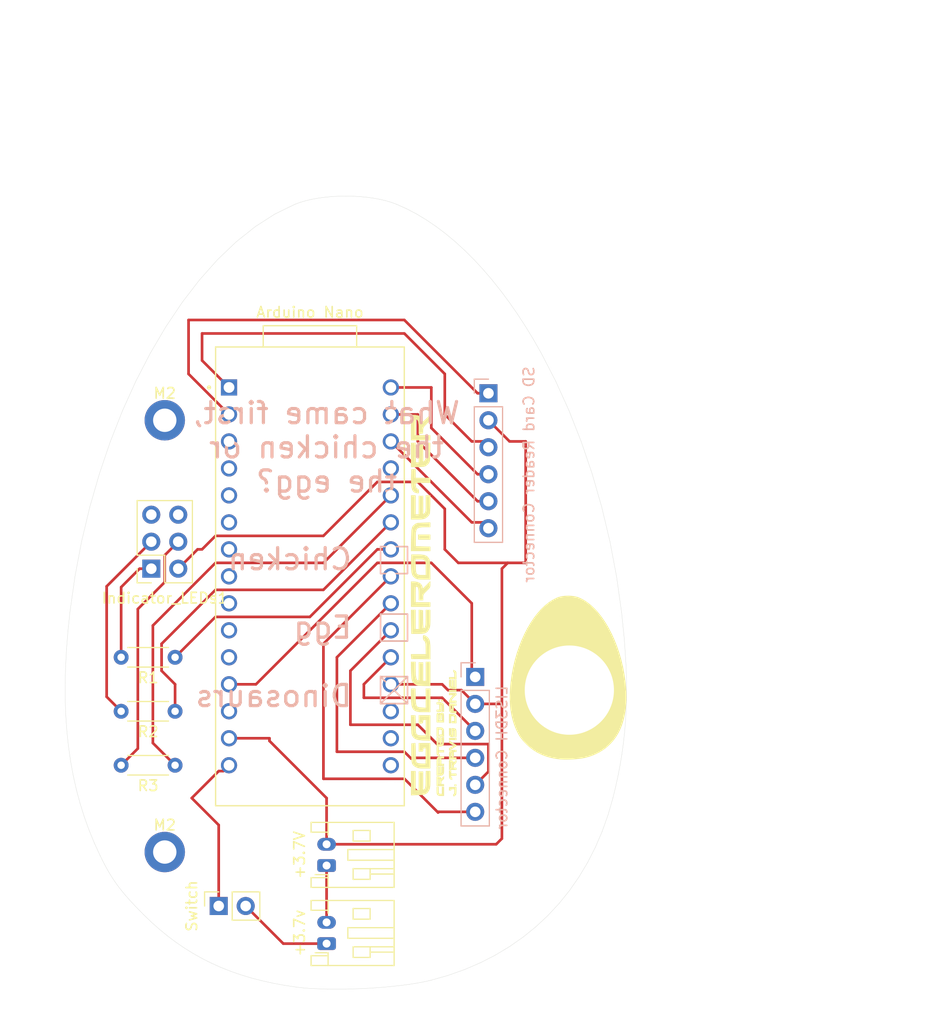
<source format=kicad_pcb>
(kicad_pcb (version 20211014) (generator pcbnew)
  (layers (0 "F.Cu" signal) (31 "B.Cu" signal) (34 "B.Paste" user) (35 "F.Paste" user) (36 "B.SilkS" user "B.Silkscreen") (37 "F.SilkS" user "F.Silkscreen") (38 "B.Mask" user) (39 "F.Mask" user) (44 "Edge.Cuts" user))
  (net 0 "")
  (net 1 "Net-(Arduino_Nano1-Pad1)")
  (net 2 "Net-(Arduino_Nano1-Pad2)")
  (net 12 "Net-(Arduino_Nano1-Pad12)")
  (net 14 "GND")
  (net 15 "Net-(Arduino_Nano1-Pad15)")
  (net 19 "Net-(Arduino_Nano1-Pad20)")
  (net 20 "Net-(Arduino_Nano1-Pad21)")
  (net 21 "Net-(Arduino_Nano1-Pad22)")
  (net 22 "Net-(Arduino_Nano1-Pad23)")
  (net 23 "Net-(Arduino_Nano1-Pad24)")
  (net 24 "Net-(Arduino_Nano1-Pad25)")
  (net 25 "Net-(Arduino_Nano1-Pad26)")
  (net 27 "Net-(Arduino_Nano1-Pad28)")
  (net 28 "Net-(Arduino_Nano1-Pad29)")
  (net 29 "Net-(Arduino_Nano1-Pad30)")
  (net 30 "Net-(Indicator_LEDs1-Pad1)")
  (net 31 "Net-(Indicator_LEDs1-Pad3)")
  (net 32 "Net-(Indicator_LEDs1-Pad4)")
  (net 33 "Net-(Power_SW1-Pad2)")
  (net 34 "Net-(Power_Terminal1-Pad1)")
  (footprint "Arduino Nano:MODULE_ABX00053" (layer "F.Cu") (at 130.511023 103.591217 -90)
    (fp_text reference "Arduino Nano")
    (fp_text value "ABX00053")
  )
  (footprint "Connector_JST:JST_PH_S2B-PH-K_1x02_P2.00mm_Horizontal" (layer "F.Cu") (at 132.08 138.16 90)
    (fp_text reference "+3.7v")
    (fp_text value "Screw_Terminal_01x02")
  )
  (footprint "MountingHole:MountingHole_8.4mm_M8" (layer "F.Cu") (at 154.94 114.3)
    (fp_text reference "REF**" hide)
    (fp_text value "MountingHole_8.4mm_M8")
  )
  (footprint "Resistor_THT:R_Axial_DIN0204_L3.6mm_D1.6mm_P5.08mm_Horizontal" (layer "F.Cu") (at 117.811023 116.291217 180)
    (fp_text reference "R2")
    (fp_text value "R")
  )
  (footprint "Connector_PinSocket_2.54mm:PinSocket_2x03_P2.54mm_Vertical" (layer "F.Cu") (at 115.57 102.87 180)
    (fp_text reference "Indicator_LEDs1")
    (fp_text value "LED_RAGB")
  )
  (footprint "Resistor_THT:R_Axial_DIN0204_L3.6mm_D1.6mm_P5.08mm_Horizontal" (layer "F.Cu") (at 117.811023 121.371217 180)
    (fp_text reference "R3")
    (fp_text value "R")
  )
  (footprint "MountingHole:MountingHole_2.2mm_M2_DIN965_Pad" (layer "F.Cu") (at 116.84 129.54)
    (fp_text reference "REF**" hide)
    (fp_text value "MountingHole_2.2mm_M2_DIN965_Pad")
  )
  (footprint "Connector_PinSocket_2.54mm:PinSocket_1x02_P2.54mm_Vertical" (layer "F.Cu") (at 121.92 134.62 90)
    (fp_text reference "Switch")
    (fp_text value "SW_SPST")
  )
  (footprint "Resistor_THT:R_Axial_DIN0204_L3.6mm_D1.6mm_P5.08mm_Horizontal" (layer "F.Cu") (at 117.811023 111.211217 180)
    (fp_text reference "R1")
    (fp_text value "R")
  )
  (footprint "Connector_JST:JST_PH_S2B-PH-K_1x02_P2.00mm_Horizontal" (layer "F.Cu") (at 132.08 130.81 90)
    (fp_text reference "+3.7V")
    (fp_text value "Screw_Terminal_01x02")
  )
  (footprint "MountingHole:MountingHole_2.2mm_M2_DIN965_Pad" (layer "F.Cu") (at 116.84 88.9)
    (fp_text reference "REF**" hide)
    (fp_text value "MountingHole_2.2mm_M2_DIN965_Pad")
  )
  (footprint "Connector_PinSocket_2.54mm:PinSocket_1x06_P2.54mm_Vertical" (layer "B.Cu") (at 146.075 113.055 180)
    (fp_text reference "LIS3DH Connector")
    (fp_text value "Conn_01x06_Male")
  )
  (footprint "Connector_PinSocket_2.54mm:PinSocket_1x06_P2.54mm_Vertical" (layer "B.Cu") (at 147.32 86.36 180)
    (fp_text reference "SD Card Reader Connector")
    (fp_text value "Conn_01x06_Male")
  )
  (gr_rect (start 137.16 115.57) (end 139.7 113.03) (layer "B.SilkS") (width 0.15) (fill none))
  (gr_line (start 137.16 113.03) (end 139.7 115.57) (layer "B.SilkS") (width 0.15))
  (gr_rect (start 137.16 109.681228) (end 139.7 107.141228) (layer "B.SilkS") (width 0.15) (fill none))
  (gr_rect (start 137.16 103.331228) (end 139.7 100.791228) (layer "B.SilkS") (width 0.15) (fill none))
  (gr_line (start 137.16 115.57) (end 139.7 113.03) (layer "B.SilkS") (width 0.15))
  (gr_poly (pts (xy 140.049152 100.169437) (xy 140.056966 99.783672) (xy 140.068809 99.482473) (xy 140.077286 99.359301) (xy 140.088026 99.252127) (xy 140.101447 99.159238) (xy 140.117966 99.07892) (xy 140.138003 99.009458) (xy 140.161975 98.949139) (xy 140.190302 98.896247) (xy 140.223401 98.84907) (xy 140.26169 98.805892) (xy 140.305589 98.765) (xy 140.355515 98.724679) (xy 140.411887 98.683216) (xy 140.439333 98.664259) (xy 140.466082 98.647321) (xy 140.492922 98.632268) (xy 140.506624 98.625406) (xy 140.520644 98.618964) (xy 140.535082 98.612925) (xy 140.550035 98.607274) (xy 140.565604 98.601991) (xy 140.581885 98.597062) (xy 140.598979 98.592468) (xy 140.616983 98.588194) (xy 140.635996 98.584221) (xy 140.656117 98.580533) (xy 140.700077 98.573946) (xy 140.749652 98.568295) (xy 140.80563 98.563447) (xy 140.868801 98.559266) (xy 140.939953 98.555617) (xy 141.019875 98.552364) (xy 141.209187 98.546505) (xy 141.838699 98.529467) (xy 141.838699 98.948952) (xy 141.389047 98.951951) (xy 141.295054 98.953758) (xy 141.200278 98.957878) (xy 141.1073 98.964041) (xy 141.018702 98.971983) (xy 140.937063 98.981435) (xy 140.864967 98.992132) (xy 140.804993 99.003805) (xy 140.780359 99.009925) (xy 140.759723 99.016189) (xy 140.736148 99.02482) (xy 140.713723 99.034278) (xy 140.692427 99.044647) (xy 140.672236 99.056013) (xy 140.653127 99.068462) (xy 140.635077 99.082079) (xy 140.618064 99.096951) (xy 140.602064 99.113162) (xy 140.587055 99.130798) (xy 140.573014 99.149945) (xy 140.559918 99.170689) (xy 140.547743 99.193114) (xy 140.536467 99.217308) (xy 140.526068 99.243354) (xy 140.516522 99.271339) (xy 140.507806 99.301349) (xy 140.499897 99.333469) (xy 140.492773 99.367784) (xy 140.486411 99.404381) (xy 140.480787 99.443345) (xy 140.475879 99.484761) (xy 140.471664 99.528715) (xy 140.468119 99.575293) (xy 140.46522 99.624581) (xy 140.462946 99.676663) (xy 140.461273 99.731626) (xy 140.45964 99.850535) (xy 140.460136 99.981994) (xy 140.462579 100.126687) (xy 140.476898 100.773356) (xy 141.157799 100.787697) (xy 141.838699 100.802039) (xy 141.838699 101.210163) (xy 140.935607 101.210058) (xy 140.032517 101.210058)) (layer "F.SilkS") (width 0.03) (fill solid))
  (gr_poly (pts (xy 140.258495 104.088119) (xy 140.346491 104.090391) (xy 140.4301 104.096957) (xy 140.509256 104.107776) (xy 140.583898 104.12281) (xy 140.653962 104.142018) (xy 140.719384 104.165361) (xy 140.780102 104.192798) (xy 140.836051 104.224291) (xy 140.88717 104.259799) (xy 140.933394 104.299283) (xy 140.954651 104.320503) (xy 140.974661 104.342703) (xy 140.993415 104.365876) (xy 141.010907 104.390019) (xy 141.027127 104.415126) (xy 141.042069 104.441192) (xy 141.055723 104.468212) (xy 141.068083 104.496182) (xy 141.088887 104.554949) (xy 141.104417 104.617454) (xy 141.133805 104.764387) (xy 141.486251 104.414637) (xy 141.838699 104.064892) (xy 141.838699 104.347634) (xy 141.838579 104.397031) (xy 141.837903 104.440892) (xy 141.836197 104.48009) (xy 141.832987 104.515494) (xy 141.830671 104.532045) (xy 141.8278 104.547975) (xy 141.824316 104.563392) (xy 141.820161 104.578404) (xy 141.815274 104.593122) (xy 141.809596 104.607653) (xy 141.803069 104.622106) (xy 141.795632 104.63659) (xy 141.787227 104.651215) (xy 141.777795 104.666089) (xy 141.767276 104.68132) (xy 141.75561 104.697018) (xy 141.728605 104.73025) (xy 141.696304 104.766655) (xy 141.658235 104.807103) (xy 141.613922 104.852465) (xy 141.504674 104.961417) (xy 141.396403 105.069485) (xy 141.352378 105.114628) (xy 141.31448 105.154947) (xy 141.282252 105.19127) (xy 141.255234 105.224424) (xy 141.232967 105.255237) (xy 141.223472 105.270024) (xy 141.214993 105.284536) (xy 141.207472 105.298877) (xy 141.200852 105.313149) (xy 141.195075 105.327457) (xy 141.190085 105.341904) (xy 141.185824 105.356593) (xy 141.182234 105.371628) (xy 141.176839 105.403148) (xy 141.173442 105.437293) (xy 141.171584 105.474889) (xy 141.170806 105.516765) (xy 141.170648 105.563747) (xy 141.170648 105.835023) (xy 140.75954 105.835023) (xy 140.75954 105.27342) (xy 140.75714 105.076552) (xy 140.753937 104.992251) (xy 140.749215 104.916813) (xy 140.74284 104.84982) (xy 140.734675 104.790851) (xy 140.724584 104.739488) (xy 140.712431 104.695311) (xy 140.698079 104.657902) (xy 140.681393 104.62684) (xy 140.662236 104.601708) (xy 140.640471 104.582084) (xy 140.615964 104.567552) (xy 140.588577 104.55769) (xy 140.558174 104.552081) (xy 140.52462 104.550304) (xy 140.519109 104.550706) (xy 140.513867 104.551954) (xy 140.508889 104.554111) (xy 140.504168 104.55724) (xy 140.499698 104.561404) (xy 140.495473 104.566666) (xy 140.491486 104.573089) (xy 140.487732 104.580736) (xy 140.484204 104.589671) (xy 140.480896 104.599956) (xy 140.477802 104.611654) (xy 140.474916 104.624828) (xy 140.472231 104.639542) (xy 140.469741 104.655859) (xy 140.46744 104.673841) (xy 140.465321 104.693551) (xy 140.463379 104.715053) (xy 140.461608 104.73841) (xy 140.46 104.763684) (xy 140.458551 104.790939) (xy 140.4561 104.851643) (xy 140.454207 104.921027) (xy 140.45282 104.999595) (xy 140.451892 105.08785) (xy 140.451371 105.186298) (xy 140.451209 105.295443) (xy 140.451209 106.040577) (xy 141.838704 106.040577) (xy 141.838704 106.451687) (xy 140.939395 106.451699) (xy 140.040093 106.451699) (xy 140.040093 104.087816)) (layer "F.SilkS") (width 0.03) (fill solid))
  (gr_poly (pts (xy 140.050704 94.298279) (xy 140.065785 93.527451) (xy 140.258492 93.511489) (xy 140.451199 93.495527) (xy 140.451199 94.323951) (xy 141.838695 94.323951) (xy 141.838695 94.786448) (xy 141.144949 94.786471) (xy 140.892632 94.78643) (xy 140.791901 94.787284) (xy 140.706635 94.789523) (xy 140.63572 94.79375) (xy 140.578042 94.800568) (xy 140.532487 94.810579) (xy 140.513907 94.81697) (xy 140.497939 94.824385) (xy 140.484445 94.832901) (xy 140.473285 94.842591) (xy 140.46432 94.853531) (xy 140.457411 94.865796) (xy 140.452418 94.879463) (xy 140.449201 94.894605) (xy 140.447623 94.911299) (xy 140.447542 94.92962) (xy 140.451319 94.971443) (xy 140.459418 95.020677) (xy 140.484124 95.143787) (xy 140.488538 95.163603) (xy 140.493684 95.182581) (xy 140.499554 95.20071) (xy 140.506141 95.217981) (xy 140.513436 95.234383) (xy 140.521432 95.249906) (xy 140.530122 95.264539) (xy 140.539498 95.278272) (xy 140.549552 95.291095) (xy 140.560277 95.302997) (xy 140.571665 95.313968) (xy 140.583709 95.323998) (xy 140.596401 95.333076) (xy 140.609734 95.341192) (xy 140.623699 95.348335) (xy 140.63829 95.354496) (xy 140.655617 95.361545) (xy 140.663665 95.365201) (xy 140.671315 95.368968) (xy 140.678575 95.372862) (xy 140.685454 95.376902) (xy 140.691962 95.381103) (xy 140.698106 95.385482) (xy 140.703895 95.390058) (xy 140.70934 95.394846) (xy 140.714447 95.399864) (xy 140.719227 95.405128) (xy 140.723687 95.410657) (xy 140.727837 95.416466) (xy 140.731686 95.422573) (xy 140.735242 95.428995) (xy 140.738514 95.435749) (xy 140.741511 95.442852) (xy 140.744242 95.45032) (xy 140.746716 95.458172) (xy 140.748941 95.466423) (xy 140.750926 95.475091) (xy 140.75268 95.484194) (xy 140.754213 95.493747) (xy 140.755532 95.503768) (xy 140.756646 95.514274) (xy 140.758297 95.53681) (xy 140.759236 95.56149) (xy 140.759533 95.58845) (xy 140.759149 95.650265) (xy 140.75826 95.67517) (xy 140.756544 95.696378) (xy 140.755291 95.705668) (xy 140.753728 95.714119) (xy 140.751823 95.721761) (xy 140.749541 95.728622) (xy 140.746847 95.734731) (xy 140.743709 95.740116) (xy 140.740091 95.744806) (xy 140.73596 95.748829) (xy 140.731282 95.752214) (xy 140.726023 95.754991) (xy 140.720148 95.757186) (xy 140.713624 95.75883) (xy 140.706417 95.75995) (xy 140.698493 95.760576) (xy 140.689817 95.760736) (xy 140.680355 95.760458) (xy 140.65894 95.758704) (xy 140.633974 95.755544) (xy 140.572303 95.74592) (xy 140.532135 95.738589) (xy 140.49389 95.729876) (xy 140.45753 95.719677) (xy 140.423017 95.707883) (xy 140.390312 95.69439) (xy 140.359378 95.679089) (xy 140.330176 95.661876) (xy 140.302666 95.642643) (xy 140.276812 95.621284) (xy 140.252575 95.597692) (xy 140.229915 95.571761) (xy 140.208796 95.543384) (xy 140.189178 95.512455) (xy 140.171024 95.478868) (xy 140.154294 95.442515) (xy 140.138951 95.403291) (xy 140.124955 95.361089) (xy 140.11227 95.315802) (xy 140.100855 95.267325) (xy 140.090674 95.21555) (xy 140.081687 95.16037) (xy 140.073857 95.101681) (xy 140.067144 95.039374) (xy 140.061511 94.973344) (xy 140.056919 94.903484) (xy 140.05333 94.829687) (xy 140.049007 94.669859) (xy 140.048234 94.493007)) (layer "F.SilkS") (width 0.03) (fill solid))
  (gr_poly (pts (xy 140.04691 102.416834) (xy 140.049571 102.263523) (xy 140.06579 101.544083) (xy 140.65676 101.546784) (xy 140.77577 101.548019) (xy 140.883921 101.550749) (xy 140.981993 101.555232) (xy 141.070762 101.561725) (xy 141.151005 101.570486) (xy 141.2235 101.581772) (xy 141.289025 101.595841) (xy 141.348356 101.612949) (xy 141.402271 101.633355) (xy 141.451548 101.657317) (xy 141.496964 101.685091) (xy 141.539295 101.716935) (xy 141.57932 101.753106) (xy 141.617816 101.793863) (xy 141.65556 101.839462) (xy 141.69333 101.890162) (xy 141.713252 101.918884) (xy 141.730888 101.946694) (xy 141.7389 101.960665) (xy 141.746402 101.974897) (xy 141.753414 101.989552) (xy 141.759958 102.004793) (xy 141.766054 102.020784) (xy 141.771722 102.037688) (xy 141.776984 102.055667) (xy 141.781859 102.074884) (xy 141.786369 102.095502) (xy 141.790534 102.117683) (xy 141.794374 102.141592) (xy 141.797911 102.167391) (xy 141.801165 102.195242) (xy 141.804156 102.225309) (xy 141.809433 102.292741) (xy 141.813907 102.370989) (xy 141.817744 102.461358) (xy 141.821108 102.565151) (xy 141.824164 102.683669) (xy 141.830013 102.970099) (xy 141.847024 103.882249) (xy 141.427589 103.882261) (xy 141.427589 103.471154) (xy 141.427589 102.861422) (xy 141.426874 102.679551) (xy 141.424188 102.53442) (xy 141.418716 102.420336) (xy 141.414681 102.373156) (xy 141.409645 102.331602) (xy 141.403505 102.294962) (xy 141.396159 102.262525) (xy 141.387507 102.233578) (xy 141.377446 102.207409) (xy 141.365875 102.183307) (xy 141.352692 102.16056) (xy 141.337794 102.138456) (xy 141.321081 102.116283) (xy 141.321081 102.116288) (xy 141.303268 102.094183) (xy 141.294715 102.084088) (xy 141.286304 102.074607) (xy 141.277967 102.06572) (xy 141.269634 102.057408) (xy 141.261235 102.049653) (xy 141.252701 102.042435) (xy 141.243962 102.035735) (xy 141.23495 102.029534) (xy 141.225593 102.023813) (xy 141.215824 102.018554) (xy 141.205572 102.013736) (xy 141.194768 102.009342) (xy 141.183342 102.005351) (xy 141.171226 102.001746) (xy 141.158349 101.998506) (xy 141.144642 101.995613) (xy 141.130035 101.993049) (xy 141.11446 101.990793) (xy 141.097846 101.988827) (xy 141.080124 101.987131) (xy 141.061225 101.985688) (xy 141.041079 101.984477) (xy 140.996768 101.982678) (xy 140.946636 101.981581) (xy 140.890127 101.981034) (xy 140.826685 101.980886) (xy 140.438796 101.980886) (xy 140.460403 102.629853) (xy 140.471577 102.895644) (xy 140.479204 103.004504) (xy 140.489211 103.098739) (xy 140.502364 103.179401) (xy 140.510359 103.214969) (xy 140.519428 103.247539) (xy 140.529666 103.277239) (xy 140.541169 103.304203) (xy 140.554032 103.328561) (xy 140.568351 103.350444) (xy 140.584222 103.369984) (xy 140.60174 103.387312) (xy 140.621002 103.402559) (xy 140.642102 103.415857) (xy 140.665137 103.427336) (xy 140.690203 103.437129) (xy 140.717394 103.445366) (xy 140.746806 103.452178) (xy 140.812678 103.462055) (xy 140.888585 103.46781) (xy 140.97529 103.470493) (xy 141.073561 103.471154) (xy 141.427589 103.471154) (xy 141.427589 103.882261) (xy 141.248512 103.882267) (xy 141.037413 103.880716) (xy 140.947827 103.878411) (xy 140.867605 103.87476) (xy 140.795787 103.869519) (xy 140.731415 103.862443) (xy 140.673528 103.853288) (xy 140.621168 103.84181) (xy 140.573376 103.827763) (xy 140.529192 103.810904) (xy 140.487656 103.790988) (xy 140.447811 103.76777) (xy 140.408696 103.741007) (xy 140.369353 103.710453) (xy 140.328822 103.675865) (xy 140.286144 103.636997) (xy 140.268078 103.619307) (xy 140.250811 103.600631) (xy 140.234333 103.580906) (xy 140.218632 103.560067) (xy 140.203697 103.53805) (xy 140.189517 103.514791) (xy 140.17608 103.490226) (xy 140.163377 103.46429) (xy 140.151395 103.436918) (xy 140.140124 103.408048) (xy 140.129553 103.377614) (xy 140.119671 103.345552) (xy 140.110465 103.311798) (xy 140.101927 103.276288) (xy 140.086804 103.199742) (xy 140.074215 103.1154) (xy 140.064069 103.022747) (xy 140.05628 102.92127) (xy 140.050758 102.810454) (xy 140.047414 102.689785) (xy 140.046161 102.55875)) (layer "F.SilkS") (width 0.03) (fill solid))
  (gr_poly (pts (xy 143.798519 121.875787) (xy 143.798519 122.167609) (xy 144.289312 122.167609) (xy 144.289312 122.340049) (xy 144.043917 122.34005) (xy 143.79852 122.34005) (xy 143.79852 122.424215) (xy 143.798779 122.440186) (xy 143.799561 122.455037) (xy 143.800872 122.468781) (xy 143.80272 122.48143) (xy 143.805111 122.492995) (xy 143.808052 122.503491) (xy 143.811549 122.512928) (xy 143.81561 122.52132) (xy 143.817854 122.525127) (xy 143.820242 122.528678) (xy 143.822773 122.531973) (xy 143.82545 122.535015) (xy 143.828273 122.537805) (xy 143.831243 122.540343) (xy 143.83436 122.542633) (xy 143.837626 122.544675) (xy 143.841042 122.546471) (xy 143.844607 122.548023) (xy 143.848324 122.549332) (xy 143.852192 122.550399) (xy 143.856214 122.551226) (xy 143.860389 122.551816) (xy 143.869204 122.552285) (xy 143.87089 122.552329) (xy 143.872491 122.552465) (xy 143.874011 122.552702) (xy 143.87545 122.553047) (xy 143.876812 122.553507) (xy 143.878097 122.554092) (xy 143.879308 122.554808) (xy 143.880447 122.555663) (xy 143.881515 122.556666) (xy 143.882516 122.557823) (xy 143.883451 122.559142) (xy 143.884321 122.560632) (xy 143.88513 122.5623) (xy 143.885878 122.564155) (xy 143.886568 122.566202) (xy 143.887203 122.568451) (xy 143.887783 122.57091) (xy 143.888311 122.573585) (xy 143.888789 122.576485) (xy 143.88922 122.579617) (xy 143.889604 122.58299) (xy 143.889944 122.586611) (xy 143.890242 122.590488) (xy 143.890501 122.594628) (xy 143.890721 122.59904) (xy 143.890906 122.603731) (xy 143.891175 122.613981) (xy 143.891325 122.625441) (xy 143.891371 122.638174) (xy 143.891371 122.724064) (xy 143.848261 122.715844) (xy 143.835803 122.71316) (xy 143.823292 122.709867) (xy 143.8108 122.706006) (xy 143.798397 122.701616) (xy 143.786153 122.696738) (xy 143.77414 122.69141) (xy 143.762429 122.685673) (xy 143.75109 122.679567) (xy 143.740194 122.673132) (xy 143.729812 122.666408) (xy 143.720016 122.659434) (xy 143.710874 122.652251) (xy 143.70246 122.644898) (xy 143.694842 122.637416) (xy 143.688093 122.629844) (xy 143.682283 122.622222) (xy 143.673373 122.608927) (xy 143.665444 122.595801) (xy 143.66183 122.589165) (xy 143.658441 122.582407) (xy 143.655268 122.575474) (xy 143.652307 122.56831) (xy 143.649548 122.560861) (xy 143.646986 122.553073) (xy 143.644613 122.54489) (xy 143.642422 122.53626) (xy 143.640407 122.527126) (xy 143.638559 122.517435) (xy 143.636873 122.507132) (xy 143.635341 122.496162) (xy 143.632712 122.472005) (xy 143.630616 122.444529) (xy 143.628996 122.413296) (xy 143.627796 122.37787) (xy 143.626961 122.337817) (xy 143.626434 122.292699) (xy 143.626079 122.185526) (xy 143.626079 121.875787)) (layer "F.SilkS") (width 0.04) (fill solid))
  (gr_poly (pts (xy 144.289313 123.188987) (xy 144.289313 123.321633) (xy 144.130136 123.321633) (xy 144.130136 123.188987)) (layer "F.SilkS") (width 0.04) (fill solid))
  (gr_poly (pts (xy 143.798525 113.346633) (xy 143.798525 113.929858) (xy 143.837931 113.973177) (xy 143.877335 114.016495) (xy 143.877735 113.688198) (xy 143.878134 113.359898) (xy 144.037311 113.359898) (xy 144.037311 114.02313) (xy 144.130164 114.02313) (xy 144.130164 113.346635) (xy 144.289341 113.346635) (xy 144.289341 114.198348) (xy 144.080399 114.193163) (xy 143.999866 114.190284) (xy 143.964916 114.188214) (xy 143.93316 114.185625) (xy 143.904333 114.182442) (xy 143.878172 114.17859) (xy 143.854412 114.173995) (xy 143.832791 114.16858) (xy 143.813043 114.162273) (xy 143.794907 114.154998) (xy 143.778117 114.14668) (xy 143.762411 114.137244) (xy 143.747524 114.126616) (xy 143.733193 114.114721) (xy 143.719154 114.101484) (xy 143.705143 114.086831) (xy 143.693141 114.07303) (xy 143.687611 114.06607) (xy 143.682384 114.059006) (xy 143.677451 114.051794) (xy 143.672805 114.044384) (xy 143.668437 114.036732) (xy 143.66434 114.02879) (xy 143.660505 114.02051) (xy 143.656924 114.011847) (xy 143.653589 114.002754) (xy 143.650493 113.993183) (xy 143.647626 113.983088) (xy 143.644981 113.972422) (xy 143.64255 113.961139) (xy 143.640325 113.94919) (xy 143.638297 113.936531) (xy 143.636459 113.923113) (xy 143.633318 113.893814) (xy 143.630838 113.860921) (xy 143.628954 113.824058) (xy 143.627602 113.78285) (xy 143.626716 113.736924) (xy 143.626232 113.685903) (xy 143.626085 113.629415) (xy 143.626085 113.346633)) (layer "F.SilkS") (width 0.04) (fill solid))
  (gr_poly (pts (xy 140.451202 106.759897) (xy 140.451202 108.558504) (xy 140.759533 108.558504) (xy 140.759533 106.753695) (xy 140.95224 106.769655) (xy 141.144947 106.785615) (xy 141.159053 107.650239) (xy 141.163476 107.87506) (xy 141.168899 108.060425) (xy 141.175566 108.209013) (xy 141.183723 108.323504) (xy 141.193613 108.406578) (xy 141.199285 108.437171) (xy 141.205482 108.460914) (xy 141.212235 108.478143) (xy 141.219575 108.489193) (xy 141.227532 108.494398) (xy 141.236136 108.494094) (xy 141.249562 108.489029) (xy 141.262396 108.482849) (xy 141.274649 108.475496) (xy 141.286333 108.466913) (xy 141.297458 108.457041) (xy 141.308035 108.445822) (xy 141.318075 108.4332) (xy 141.32759 108.419115) (xy 141.33659 108.403511) (xy 141.345086 108.386329) (xy 141.35309 108.367512) (xy 141.360612 108.347001) (xy 141.367663 108.32474) (xy 141.374254 108.30067) (xy 141.380396 108.274733) (xy 141.386101 108.246872) (xy 141.391379 108.217029) (xy 141.396242 108.185145) (xy 141.4007 108.151164) (xy 141.404764 108.115027) (xy 141.408445 108.076677) (xy 141.411755 108.036056) (xy 141.417303 107.947768) (xy 141.421496 107.849702) (xy 141.424422 107.741395) (xy 141.42617 107.622384) (xy 141.426827 107.492207) (xy 141.427577 106.75992) (xy 141.838686 106.75992) (xy 141.838686 107.545557) (xy 141.838021 107.785303) (xy 141.835373 107.975596) (xy 141.829765 108.125016) (xy 141.825545 108.18708) (xy 141.820218 108.242143) (xy 141.813661 108.291278) (xy 141.805752 108.335556) (xy 141.796369 108.376051) (xy 141.78539 108.413835) (xy 141.772692 108.449981) (xy 141.758152 108.48556) (xy 141.723061 108.559309) (xy 141.723073 108.559417) (xy 141.688634 108.623929) (xy 141.671233 108.653736) (xy 141.653581 108.681964) (xy 141.635579 108.708653) (xy 141.617128 108.733843) (xy 141.59813 108.757575) (xy 141.578486 108.779889) (xy 141.558099 108.800825) (xy 141.536869 108.820422) (xy 141.514699 108.838722) (xy 141.491489 108.855765) (xy 141.467141 108.87159) (xy 141.441558 108.886238) (xy 141.41464 108.899749) (xy 141.386289 108.912163) (xy 141.356406 108.92352) (xy 141.324894 108.933861) (xy 141.291654 108.943225) (xy 141.256587 108.951654) (xy 141.219595 108.959186) (xy 141.180579 108.965863) (xy 141.139442 108.971724) (xy 141.096084 108.97681) (xy 141.050407 108.981161) (xy 141.002313 108.984816) (xy 140.898479 108.990203) (xy 140.783796 108.993292) (xy 140.657475 108.994404) (xy 140.065788 108.995304) (xy 140.051936 107.877601) (xy 140.038088 106.759897)) (layer "F.SilkS") (width 0.03) (fill solid))
  (gr_poly (pts (xy 144.130139 113.094614) (xy 144.130139 112.908482) (xy 144.129452 112.83844) (xy 144.128523 112.808184) (xy 144.127141 112.780848) (xy 144.12526 112.756236) (xy 144.122833 112.734155) (xy 144.119814 112.714412) (xy 144.116156 112.696813) (xy 144.111812 112.681164) (xy 144.106736 112.667272) (xy 144.100881 112.654943) (xy 144.094201 112.643982) (xy 144.086648 112.634197) (xy 144.078177 112.625394) (xy 144.06874 112.617379) (xy 144.058292 112.609959) (xy 144.052808 112.606254) (xy 144.050297 112.604453) (xy 144.047935 112.602668) (xy 144.045717 112.600886) (xy 144.043639 112.599091) (xy 144.041696 112.597271) (xy 144.039883 112.59541) (xy 144.038197 112.593496) (xy 144.036633 112.591514) (xy 144.035185 112.589451) (xy 144.033851 112.587291) (xy 144.032625 112.585023) (xy 144.031504 112.58263) (xy 144.030481 112.580101) (xy 144.029554 112.57742) (xy 144.028718 112.574573) (xy 144.027967 112.571548) (xy 144.027299 112.568329) (xy 144.026708 112.564903) (xy 144.026189 112.561256) (xy 144.025739 112.557374) (xy 144.025353 112.553242) (xy 144.025027 112.548848) (xy 144.024535 112.539216) (xy 144.024227 112.528364) (xy 144.024069 112.516182) (xy 144.024024 112.502558) (xy 144.024024 112.417609) (xy 144.0605 112.426109) (xy 144.073431 112.429496) (xy 144.086401 112.433618) (xy 144.099356 112.438441) (xy 144.112244 112.443927) (xy 144.12501 112.450042) (xy 144.137603 112.456749) (xy 144.149969 112.464013) (xy 144.162055 112.471798) (xy 144.173807 112.480068) (xy 144.185174 112.488788) (xy 144.196102 112.497921) (xy 144.206538 112.507432) (xy 144.216429 112.517286) (xy 144.225721 112.527446) (xy 144.234362 112.537876) (xy 144.242299 112.548542) (xy 144.282683 112.606022) (xy 144.286843 112.936765) (xy 144.291002 113.267507) (xy 143.961859 113.263961) (xy 143.632717 113.260421) (xy 143.628777 113.177517) (xy 143.624817 113.094614)) (layer "F.SilkS") (width 0.04) (fill solid))
  (gr_poly (pts (xy 142.45885 116.938029) (xy 142.459528 116.723899) (xy 142.460712 116.653475) (xy 142.462783 116.60214) (xy 142.465983 116.565889) (xy 142.470553 116.540718) (xy 142.473428 116.531037) (xy 142.476737 116.522624) (xy 142.484775 116.507603) (xy 142.489579 116.50041) (xy 142.494953 116.493621) (xy 142.500862 116.487238) (xy 142.507271 116.481263) (xy 142.514146 116.475698) (xy 142.521452 116.470547) (xy 142.529154 116.46581) (xy 142.537219 116.461491) (xy 142.545611 116.457593) (xy 142.554295 116.454116) (xy 142.563238 116.451065) (xy 142.572404 116.448441) (xy 142.581758 116.446246) (xy 142.591268 116.444483) (xy 142.600896 116.443155) (xy 142.61061 116.442263) (xy 142.620374 116.441811) (xy 142.630153 116.4418) (xy 142.639914 116.442233) (xy 142.649622 116.443112) (xy 142.659241 116.44444) (xy 142.668738 116.446219) (xy 142.678077 116.448451) (xy 142.687224 116.45114) (xy 142.696145 116.454286) (xy 142.704805 116.457893) (xy 142.713169 116.461963) (xy 142.721202 116.466499) (xy 142.728871 116.471502) (xy 142.736139 116.476976) (xy 142.742974 116.482922) (xy 142.74934 116.489342) (xy 142.781215 116.524032) (xy 142.816347 116.4889) (xy 142.823029 116.482665) (xy 142.830124 116.476892) (xy 142.837602 116.471577) (xy 142.845434 116.46672) (xy 142.853589 116.462318) (xy 142.862038 116.458369) (xy 142.870751 116.45487) (xy 142.879698 116.45182) (xy 142.888851 116.449217) (xy 142.898179 116.447059) (xy 142.907652 116.445343) (xy 142.917241 116.444068) (xy 142.926916 116.443231) (xy 142.936647 116.44283) (xy 142.946405 116.442864) (xy 142.95616 116.44333) (xy 142.965883 116.444225) (xy 142.975543 116.445549) (xy 142.985111 116.447299) (xy 142.994557 116.449473) (xy 143.003852 116.452068) (xy 143.012965 116.455083) (xy 143.021868 116.458516) (xy 143.03053 116.462364) (xy 143.038922 116.466626) (xy 143.047014 116.471299) (xy 143.054777 116.476381) (xy 143.06218 116.481871) (xy 143.069194 116.487766) (xy 143.07579 116.494064) (xy 143.081937 116.500763) (xy 143.087606 116.507861) (xy 143.09229 116.514456) (xy 143.094424 116.517783) (xy 143.096427 116.521219) (xy 143.098303 116.524831) (xy 143.100057 116.528687) (xy 143.101694 116.532855) (xy 143.103219 116.537402) (xy 143.104638 116.542396) (xy 143.105955 116.547903) (xy 143.107175 116.553991) (xy 143.108303 116.560729) (xy 143.109345 116.568183) (xy 143.110304 116.57642) (xy 143.111187 116.585509) (xy 143.111998 116.595517) (xy 143.112742 116.606511) (xy 143.113425 116.618559) (xy 143.114624 116.646085) (xy 143.115635 116.678635) (xy 143.1165 116.71675) (xy 143.117257 116.760968) (xy 143.117946 116.811831) (xy 143.119283 116.935645) (xy 143.123163 117.326005) (xy 142.962848 117.326011) (xy 142.962848 117.153643) (xy 142.962848 116.910783) (xy 142.962629 116.848408) (xy 142.96194 116.795715) (xy 142.960736 116.75201) (xy 142.958971 116.7166) (xy 142.956599 116.688792) (xy 142.953575 116.667892) (xy 142.951804 116.659817) (xy 142.949853 116.653209) (xy 142.947716 116.647982) (xy 142.945388 116.644048) (xy 142.9454 116.643984) (xy 142.944472 116.642766) (xy 142.943489 116.641576) (xy 142.94137 116.639286) (xy 142.939066 116.637124) (xy 142.936598 116.635099) (xy 142.933989 116.63322) (xy 142.931261 116.631499) (xy 142.928436 116.629943) (xy 142.925535 116.628564) (xy 142.922582 116.62737) (xy 142.919598 116.626372) (xy 142.916606 116.625578) (xy 142.913627 116.624999) (xy 142.910684 116.624645) (xy 142.909233 116.624554) (xy 142.907798 116.624524) (xy 142.906384 116.624554) (xy 142.904993 116.624647) (xy 142.903627 116.624803) (xy 142.902289 116.625024) (xy 142.900125 116.62549) (xy 142.898081 116.626055) (xy 142.896153 116.62675) (xy 142.894336 116.627604) (xy 142.893468 116.628102) (xy 142.892626 116.628651) (xy 142.89181 116.629255) (xy 142.891018 116.629919) (xy 142.890251 116.630646) (xy 142.889508 116.63144) (xy 142.888788 116.632305) (xy 142.88809 116.633245) (xy 142.887415 116.634264) (xy 142.886761 116.635365) (xy 142.886128 116.636553) (xy 142.885516 116.63783) (xy 142.884923 116.639202) (xy 142.884349 116.640672) (xy 142.883257 116.643922) (xy 142.882236 116.647609) (xy 142.881279 116.651766) (xy 142.880384 116.656423) (xy 142.879544 116.661611) (xy 142.878756 116.66736) (xy 142.878015 116.673702) (xy 142.877317 116.680668) (xy 142.876656 116.688288) (xy 142.876028 116.696594) (xy 142.875429 116.705615) (xy 142.874854 116.715384) (xy 142.874299 116.725931) (xy 142.873228 116.749482) (xy 142.872179 116.776515) (xy 142.871117 116.807277) (xy 142.870003 116.842016) (xy 142.863362 117.054092) (xy 142.78709 117.058071) (xy 142.71082 117.062051) (xy 142.71082 116.636765) (xy 142.678412 116.628625) (xy 142.675039 116.62784) (xy 142.671617 116.627166) (xy 142.668171 116.626602) (xy 142.664724 116.626148) (xy 142.661301 116.625804) (xy 142.657924 116.625569) (xy 142.654619 116.625445) (xy 142.651408 116.62543) (xy 142.648315 116.625523) (xy 142.645365 116.625726) (xy 142.642581 116.626038) (xy 142.639987 116.626459) (xy 142.637606 116.626988) (xy 142.635463 116.627625) (xy 142.633582 116.628371) (xy 142.631986 116.629224) (xy 142.631147 116.630008) (xy 142.630332 116.631307) (xy 142.629542 116.63312) (xy 142.628776 116.635441) (xy 142.62732 116.641603) (xy 142.625964 116.64977) (xy 142.62471 116.659918) (xy 142.623559 116.672026) (xy 142.622512 116.686069) (xy 142.621571 116.702024) (xy 142.620008 116.739582) (xy 142.61888 116.784514) (xy 142.618196 116.836637) (xy 142.617966 116.895766) (xy 142.617966 117.153643) (xy 142.962848 117.153643) (xy 142.962848 117.326011) (xy 142.790982 117.326018) (xy 142.458803 117.326018)) (layer "F.SilkS") (width 0.04) (fill solid))
  (gr_poly (pts (xy 142.710831 116.158733) (xy 142.710831 115.628147) (xy 142.458802 115.628147) (xy 142.458802 115.455708) (xy 142.62943 115.455708) (xy 142.665165 115.455981) (xy 142.701321 115.456763) (xy 142.736905 115.457999) (xy 142.770926 115.459635) (xy 142.80239 115.461615) (xy 142.830304 115.463884) (xy 142.853675 115.466386) (xy 142.871511 115.469068) (xy 142.888362 115.472678) (xy 142.904874 115.477132) (xy 142.921015 115.482407) (xy 142.936752 115.488482) (xy 142.952053 115.495333) (xy 142.966884 115.502938) (xy 142.981214 115.511274) (xy 142.99501 115.520319) (xy 143.008239 115.53005) (xy 143.020868 115.540444) (xy 143.032866 115.551479) (xy 143.0442 115.563133) (xy 143.054836 115.575381) (xy 143.064743 115.588203) (xy 143.073888 115.601575) (xy 143.082239 115.615475) (xy 143.087971 115.625838) (xy 143.09301 115.635555) (xy 143.095285 115.640339) (xy 143.097407 115.645161) (xy 143.099381 115.650089) (xy 143.101213 115.655189) (xy 143.102911 115.660528) (xy 143.10448 115.666174) (xy 143.105928 115.672191) (xy 143.10726 115.678649) (xy 143.108483 115.685612) (xy 143.109604 115.693148) (xy 143.110628 115.701324) (xy 143.111563 115.710206) (xy 143.112414 115.719862) (xy 143.113188 115.730357) (xy 143.114532 115.754135) (xy 143.115646 115.782074) (xy 143.11658 115.814708) (xy 143.117388 115.85257) (xy 143.118119 115.896196) (xy 143.119559 116.002874) (xy 143.123719 116.331174) (xy 143.036653 116.331173) (xy 142.949591 116.331173) (xy 142.949591 116.033343) (xy 142.949249 115.930604) (xy 142.947935 115.849773) (xy 142.94522 115.787856) (xy 142.943202 115.763054) (xy 142.940674 115.741857) (xy 142.93758 115.723892) (xy 142.933867 115.708784) (xy 142.929482 115.696158) (xy 142.924371 115.68564) (xy 142.918479 115.676856) (xy 142.911755 115.669432) (xy 142.904142 115.662993) (xy 142.895589 115.657165) (xy 142.893314 115.655777) (xy 142.891178 115.654578) (xy 142.889176 115.653627) (xy 142.888225 115.653261) (xy 142.887305 115.652977) (xy 142.886417 115.652784) (xy 142.885559 115.652687) (xy 142.884732 115.652694) (xy 142.883935 115.652812) (xy 142.883167 115.653047) (xy 142.882428 115.653408) (xy 142.881717 115.6539) (xy 142.881034 115.654532) (xy 142.880378 115.655309) (xy 142.879748 115.65624) (xy 142.879144 115.65733) (xy 142.878566 115.658588) (xy 142.878013 115.66002) (xy 142.877484 115.661633) (xy 142.876978 115.663434) (xy 142.876496 115.665431) (xy 142.876037 115.66763) (xy 142.8756 115.670038) (xy 142.875184 115.672662) (xy 142.87479 115.67551) (xy 142.874062 115.681904) (xy 142.873412 115.689277) (xy 142.872835 115.697683) (xy 142.872327 115.707181) (xy 142.871884 115.717825) (xy 142.8715 115.729672) (xy 142.871173 115.742779) (xy 142.870897 115.757202) (xy 142.870668 115.772997) (xy 142.870482 115.79022) (xy 142.87022 115.829176) (xy 142.870076 115.874522) (xy 142.870015 115.926706) (xy 142.870003 115.986181) (xy 142.870003 116.331173) (xy 142.458802 116.331173) (xy 142.458802 116.158733)) (layer "F.SilkS") (width 0.04) (fill solid))
  (gr_poly (pts (xy 143.84829 116.559061) (xy 143.930595 116.561568) (xy 143.96557 116.563271) (xy 143.996884 116.565401) (xy 144.024883 116.568049) (xy 144.04991 116.57131) (xy 144.072308 116.575278) (xy 144.092422 116.580045) (xy 144.110595 116.585707) (xy 144.127172 116.592356) (xy 144.142496 116.600086) (xy 144.156912 116.608991) (xy 144.170762 116.619165) (xy 144.184392 116.6307) (xy 144.198145 116.643692) (xy 144.212365 116.658233) (xy 144.224921 116.671862) (xy 144.230656 116.678478) (xy 144.236043 116.685045) (xy 144.241092 116.691625) (xy 144.245815 116.698279) (xy 144.250223 116.705069) (xy 144.254325 116.712059) (xy 144.258133 116.719308) (xy 144.261658 116.72688) (xy 144.26491 116.734836) (xy 144.2679 116.743238) (xy 144.27064 116.752149) (xy 144.273139 116.76163) (xy 144.275408 116.771743) (xy 144.277459 116.78255) (xy 144.279303 116.794113) (xy 144.280949 116.806494) (xy 144.282409 116.819755) (xy 144.283693 116.833958) (xy 144.284812 116.849165) (xy 144.285778 116.865438) (xy 144.287291 116.901429) (xy 144.288317 116.942426) (xy 144.288943 116.988927) (xy 144.289256 117.041425) (xy 144.289341 117.100417) (xy 144.289341 117.406275) (xy 144.087027 117.402637) (xy 143.884742 117.398977) (xy 143.880802 117.316073) (xy 143.876862 117.233169) (xy 144.130156 117.233169) (xy 144.130156 117.047039) (xy 144.129811 116.997033) (xy 144.128625 116.952477) (xy 144.126375 116.913064) (xy 144.122838 116.878488) (xy 144.117791 116.848441) (xy 144.114631 116.83502) (xy 144.11101 116.822617) (xy 144.106899 116.811193) (xy 144.102272 116.800709) (xy 144.097098 116.791127) (xy 144.091352 116.782409) (xy 144.085005 116.774517) (xy 144.078029 116.767412) (xy 144.070396 116.761056) (xy 144.062078 116.75541) (xy 144.053047 116.750436) (xy 144.043275 116.746096) (xy 144.032735 116.742351) (xy 144.021399 116.739164) (xy 143.996224 116.734306) (xy 143.967528 116.731217) (xy 143.935088 116.729588) (xy 143.898679 116.729113) (xy 143.798996 116.729113) (xy 143.795456 117.064045) (xy 143.791916 117.398977) (xy 143.709012 117.402917) (xy 143.626108 117.406857) (xy 143.626108 116.553982)) (layer "F.SilkS") (width 0.04) (fill solid))
  (gr_poly (pts (xy 142.617972 123.414484) (xy 142.617972 123.680202) (xy 142.619015 123.803939) (xy 142.620716 123.854832) (xy 142.623555 123.899033) (xy 142.627799 123.937008) (xy 142.63371 123.969227) (xy 142.637374 123.983323) (xy 142.641555 123.996156) (xy 142.646285 124.007784) (xy 142.651597 124.018264) (xy 142.657525 124.027657) (xy 142.664102 124.036019) (xy 142.67136 124.043411) (xy 142.679333 124.049889) (xy 142.688055 124.055513) (xy 142.697557 124.060341) (xy 142.707873 124.064432) (xy 142.719036 124.067843) (xy 142.744037 124.072864) (xy 142.772824 124.075871) (xy 142.80566 124.077332) (xy 142.842812 124.077715) (xy 142.949588 124.077715) (xy 142.949588 123.414484) (xy 143.122028 123.414484) (xy 143.122028 124.250155) (xy 142.92517 124.250155) (xy 142.87407 124.249744) (xy 142.827303 124.248448) (xy 142.784624 124.246177) (xy 142.745789 124.242836) (xy 142.710552 124.238333) (xy 142.678671 124.232576) (xy 142.649899 124.225473) (xy 142.623993 124.21693) (xy 142.600707 124.206855) (xy 142.579798 124.195156) (xy 142.561021 124.18174) (xy 142.544131 124.166514) (xy 142.528884 124.149387) (xy 142.515036 124.130265) (xy 142.502341 124.109055) (xy 142.490555 124.085667) (xy 142.485219 124.074) (xy 142.480521 124.063033) (xy 142.47642 124.052287) (xy 142.474581 124.046849) (xy 142.472876 124.041288) (xy 142.4713 124.035544) (xy 142.469848 124.029559) (xy 142.468514 124.023272) (xy 142.467295 124.016625) (xy 142.466184 124.009556) (xy 142.465176 124.002008) (xy 142.463451 123.985235) (xy 142.462078 123.965828) (xy 142.461018 123.943311) (xy 142.460229 123.917208) (xy 142.45967 123.887045) (xy 142.459302 123.852343) (xy 142.459082 123.812628) (xy 142.458927 123.716254) (xy 142.458799 123.414484)) (layer "F.SilkS") (width 0.04) (fill solid))
  (gr_poly (pts (xy 142.617974 118.745328) (xy 142.617974 119.421824) (xy 142.710828 119.421824) (xy 142.710828 118.758593) (xy 142.870002 118.758593) (xy 142.870401 119.08689) (xy 142.870801 119.415191) (xy 142.910207 119.371873) (xy 142.949611 119.328553) (xy 142.949611 118.745327) (xy 143.122051 118.745327) (xy 143.121251 119.033833) (xy 143.11982 119.164364) (xy 143.11836 119.218167) (xy 143.116396 119.264457) (xy 143.113925 119.303333) (xy 143.110941 119.334893) (xy 143.107437 119.359235) (xy 143.103411 119.376456) (xy 143.103313 119.376464) (xy 143.098238 119.391551) (xy 143.092659 119.405976) (xy 143.086557 119.419762) (xy 143.079909 119.432932) (xy 143.072695 119.44551) (xy 143.064896 119.45752) (xy 143.05649 119.468985) (xy 143.047456 119.479929) (xy 143.037775 119.490376) (xy 143.027425 119.500348) (xy 143.016385 119.509869) (xy 143.004636 119.518964) (xy 142.992156 119.527655) (xy 142.978926 119.535966) (xy 142.964923 119.543921) (xy 142.950128 119.551543) (xy 142.937768 119.557521) (xy 142.926263 119.562817) (xy 142.915278 119.567478) (xy 142.90448 119.571553) (xy 142.893533 119.575091) (xy 142.882104 119.578139) (xy 142.869858 119.580747) (xy 142.856461 119.582962) (xy 142.841578 119.584833) (xy 142.824875 119.586407) (xy 142.806019 119.587734) (xy 142.784673 119.588862) (xy 142.760505 119.589838) (xy 142.733179 119.590712) (xy 142.667719 119.592344) (xy 142.4588 119.597044) (xy 142.4588 118.745328)) (layer "F.SilkS") (width 0.04) (fill solid))
  (gr_poly (pts (xy 143.798525 117.896398) (xy 143.798525 118.49138) (xy 143.835002 118.520083) (xy 143.87148 118.548786) (xy 143.87502 118.22259) (xy 143.87856 117.896397) (xy 143.990215 117.896397) (xy 144.019562 117.896774) (xy 144.046665 117.897949) (xy 144.071657 117.899989) (xy 144.094668 117.902962) (xy 144.115831 117.906934) (xy 144.135277 117.911971) (xy 144.153137 117.918141) (xy 144.169543 117.925511) (xy 144.184627 117.934147) (xy 144.198519 117.944116) (xy 144.211353 117.955485) (xy 144.223258 117.968322) (xy 144.234366 117.982692) (xy 144.24481 117.998663) (xy 144.254721 118.016301) (xy 144.264229 118.035674) (xy 144.268057 118.044447) (xy 144.271472 118.05348) (xy 144.274498 118.063113) (xy 144.277158 118.073683) (xy 144.279476 118.08553) (xy 144.281474 118.098994) (xy 144.283177 118.114414) (xy 144.284606 118.132128) (xy 144.285786 118.152475) (xy 144.286739 118.175796) (xy 144.28749 118.202428) (xy 144.28806 118.232711) (xy 144.288755 118.305587) (xy 144.289009 118.397137) (xy 144.289209 118.705538) (xy 144.210431 118.705541) (xy 144.131548 118.705541) (xy 144.127527 118.405894) (xy 144.124686 118.233488) (xy 144.122771 118.179312) (xy 144.11999 118.14156) (xy 144.11815 118.127689) (xy 144.115943 118.116539) (xy 144.11332 118.107647) (xy 144.110229 118.100553) (xy 144.10662 118.094793) (xy 144.102444 118.089908) (xy 144.092189 118.080909) (xy 144.088939 118.078327) (xy 144.085659 118.075818) (xy 144.079101 118.071069) (xy 144.072692 118.066767) (xy 144.069599 118.064815) (xy 144.06661 118.063014) (xy 144.063746 118.061376) (xy 144.06103 118.059915) (xy 144.058484 118.058643) (xy 144.05613 118.057573) (xy 144.053991 118.056718) (xy 144.052088 118.056092) (xy 144.050443 118.055706) (xy 144.049079 118.055575) (xy 144.048468 118.055994) (xy 144.047865 118.057238) (xy 144.046688 118.062122) (xy 144.045554 118.070071) (xy 144.044468 118.080925) (xy 144.042463 118.110724) (xy 144.040719 118.150258) (xy 144.039283 118.198268) (xy 144.0382 118.253495) (xy 144.037517 118.314677) (xy 144.037279 118.380556) (xy 144.037279 118.705541) (xy 143.928717 118.705541) (xy 143.903014 118.705181) (xy 143.878979 118.704074) (xy 143.856526 118.702182) (xy 143.835567 118.699464) (xy 143.816016 118.695882) (xy 143.797786 118.691397) (xy 143.780789 118.685968) (xy 143.764939 118.679558) (xy 143.75015 118.672126) (xy 143.736333 118.663633) (xy 143.723402 118.65404) (xy 143.711271 118.643308) (xy 143.699852 118.631397) (xy 143.689058 118.618269) (xy 143.678802 118.603883) (xy 143.668998 118.588201) (xy 143.632708 118.526469) (xy 143.628528 118.211433) (xy 143.624349 117.896398)) (layer "F.SilkS") (width 0.04) (fill solid))
  (gr_poly (pts (xy 141.427589 110.922505) (xy 141.427589 110.405239) (xy 141.425334 110.229466) (xy 141.422407 110.151885) (xy 141.418185 110.080774) (xy 141.412595 110.01583) (xy 141.405566 109.956753) (xy 141.397025 109.903241) (xy 141.386899 109.854994) (xy 141.375118 109.811709) (xy 141.361609 109.773087) (xy 141.346299 109.738825) (xy 141.329117 109.708623) (xy 141.309991 109.682179) (xy 141.288849 109.659192) (xy 141.265618 109.639361) (xy 141.240226 109.622385) (xy 141.236315 109.619807) (xy 141.232493 109.616754) (xy 141.228762 109.613235) (xy 141.225125 109.609259) (xy 141.221584 109.604835) (xy 141.218141 109.599972) (xy 141.214798 109.594679) (xy 141.211558 109.588965) (xy 141.208424 109.582839) (xy 141.205396 109.57631) (xy 141.199673 109.562082) (xy 141.194407 109.54635) (xy 141.189617 109.52919) (xy 141.185322 109.510672) (xy 141.181539 109.490869) (xy 141.178288 109.469854) (xy 141.175586 109.447699) (xy 141.173452 109.424476) (xy 141.171906 109.400259) (xy 141.170964 109.37512) (xy 141.170646 109.34913) (xy 141.171179 109.276979) (xy 141.172049 109.247511) (xy 141.173505 109.22214) (xy 141.175682 109.200633) (xy 141.178716 109.18276) (xy 141.180598 109.175113) (xy 141.182745 109.168288) (xy 141.185175 109.162255) (xy 141.187905 109.156985) (xy 141.190951 109.15245) (xy 141.194332 109.148621) (xy 141.198063 109.145468) (xy 141.202163 109.142963) (xy 141.206647 109.141076) (xy 141.211534 109.139779) (xy 141.216839 109.139043) (xy 141.222581 109.138839) (xy 141.235443 109.139909) (xy 141.250253 109.14276) (xy 141.26715 109.147158) (xy 141.28627 109.152873) (xy 141.325916 109.166412) (xy 141.364505 109.182053) (xy 141.401969 109.199735) (xy 141.438239 109.219395) (xy 141.473249 109.240969) (xy 141.50693 109.264396) (xy 141.539215 109.289613) (xy 141.570036 109.316557) (xy 141.599325 109.345166) (xy 141.627015 109.375376) (xy 141.653037 109.407126) (xy 141.677325 109.440353) (xy 141.69981 109.474994) (xy 141.720424 109.510986) (xy 141.739101 109.548268) (xy 141.755771 109.586776) (xy 141.767222 109.617603) (xy 141.777661 109.650565) (xy 141.787128 109.686115) (xy 141.795658 109.724708) (xy 141.80329 109.766799) (xy 141.810062 109.812843) (xy 141.81601 109.863294) (xy 141.821173 109.918608) (xy 141.825587 109.979239) (xy 141.829291 110.045641) (xy 141.832323 110.118271) (xy 141.834718 110.197581) (xy 141.837754 110.378065) (xy 141.838699 110.590732) (xy 141.838699 111.38743) (xy 140.952242 111.373377) (xy 140.065788 111.359308) (xy 140.049986 111.140904) (xy 140.034184 110.922505)) (layer "F.SilkS") (width 0.03) (fill solid))
  (gr_poly (pts (xy 144.289313 123.441015) (xy 144.288314 123.742785) (xy 144.286888 123.87566) (xy 144.285461 123.930906) (xy 144.283571 123.978445) (xy 144.28123 124.01809) (xy 144.27845 124.049657) (xy 144.27524 124.072959) (xy 144.271613 124.087812) (xy 144.271607 124.087814) (xy 144.26821 124.096566) (xy 144.264378 124.105314) (xy 144.255495 124.122723) (xy 144.245124 124.139899) (xy 144.233434 124.156696) (xy 144.220591 124.172973) (xy 144.206763 124.188586) (xy 144.192117 124.203392) (xy 144.17682 124.217247) (xy 144.161039 124.230008) (xy 144.144941 124.241533) (xy 144.128695 124.251678) (xy 144.112466 124.260299) (xy 144.096423 124.267254) (xy 144.088523 124.270062) (xy 144.080732 124.272399) (xy 144.073071 124.274248) (xy 144.06556 124.275591) (xy 144.058222 124.27641) (xy 144.051076 124.276687) (xy 144.048853 124.276661) (xy 144.046753 124.276575) (xy 144.044774 124.276419) (xy 144.042911 124.276182) (xy 144.041162 124.275853) (xy 144.039523 124.275422) (xy 144.03799 124.274876) (xy 144.03656 124.274206) (xy 144.035229 124.273401) (xy 144.033994 124.27245) (xy 144.032852 124.271341) (xy 144.031798 124.270065) (xy 144.03083 124.26861) (xy 144.029944 124.266965) (xy 144.029136 124.26512) (xy 144.028403 124.263064) (xy 144.027741 124.260786) (xy 144.027148 124.258275) (xy 144.026619 124.25552) (xy 144.026151 124.252511) (xy 144.02574 124.249236) (xy 144.025384 124.245685) (xy 144.025078 124.241847) (xy 144.024819 124.237711) (xy 144.024428 124.228502) (xy 144.024183 124.21797) (xy 144.024057 124.206031) (xy 144.024021 124.192596) (xy 144.024199 124.166713) (xy 144.024479 124.155929) (xy 144.024935 124.146437) (xy 144.025606 124.138126) (xy 144.026528 124.130885) (xy 144.02774 124.124604) (xy 144.02928 124.119174) (xy 144.031183 124.114482) (xy 144.033489 124.110421) (xy 144.036235 124.106877) (xy 144.039457 124.103743) (xy 144.043195 124.100906) (xy 144.047484 124.098257) (xy 144.052364 124.095685) (xy 144.057871 124.093081) (xy 144.063118 124.090529) (xy 144.068123 124.087752) (xy 144.07289 124.084732) (xy 144.077424 124.081448) (xy 144.08173 124.077878) (xy 144.085813 124.074004) (xy 144.089678 124.069804) (xy 144.093331 124.065258) (xy 144.096775 124.060346) (xy 144.100017 124.055048) (xy 144.10306 124.049343) (xy 144.105911 124.043211) (xy 144.108574 124.036632) (xy 144.111055 124.029585) (xy 144.113357 124.02205) (xy 144.115486 124.014006) (xy 144.117448 124.005434) (xy 144.119247 123.996313) (xy 144.120888 123.986622) (xy 144.122376 123.976342) (xy 144.123717 123.965452) (xy 144.124914 123.953931) (xy 144.125974 123.94176) (xy 144.126901 123.928918) (xy 144.128377 123.901139) (xy 144.129381 123.870433) (xy 144.129954 123.836636) (xy 144.130136 123.799586) (xy 144.130136 123.613454) (xy 143.79852 123.613454) (xy 143.79852 123.732838) (xy 143.626081 123.732838) (xy 143.626081 123.441015)) (layer "F.SilkS") (width 0.04) (fill solid))
  (gr_poly (pts (xy 143.804566 119.674694) (xy 143.943757 119.592601) (xy 143.996328 119.562146) (xy 144.027784 119.54445) (xy 144.072525 119.520469) (xy 143.849633 119.388245) (xy 143.626741 119.256022) (xy 143.626342 119.158436) (xy 143.626421 119.129589) (xy 143.626924 119.107153) (xy 143.627387 119.098128) (xy 143.62802 119.090452) (xy 143.628843 119.084043) (xy 143.629877 119.078815) (xy 143.631145 119.074684) (xy 143.632668 119.071565) (xy 143.633531 119.07036) (xy 143.634465 119.069376) (xy 143.635474 119.068603) (xy 143.63656 119.068031) (xy 143.637725 119.067649) (xy 143.638972 119.067446) (xy 143.641724 119.067537) (xy 143.644836 119.06822) (xy 143.648329 119.06941) (xy 143.767397 119.142306) (xy 144.009609 119.295469) (xy 144.247937 119.448073) (xy 144.325948 119.498908) (xy 144.355352 119.519292) (xy 144.34809 119.524326) (xy 144.327364 119.537908) (xy 144.251319 119.586994) (xy 144.001502 119.746815) (xy 144.001569 119.746816) (xy 143.748606 119.907373) (xy 143.669156 119.957226) (xy 143.637009 119.976736) (xy 143.63645 119.976832) (xy 143.635898 119.976668) (xy 143.635353 119.97625) (xy 143.634817 119.975583) (xy 143.63429 119.974674) (xy 143.633773 119.97353) (xy 143.632771 119.970557) (xy 143.631818 119.966715) (xy 143.630917 119.962051) (xy 143.630076 119.956615) (xy 143.629299 119.950457) (xy 143.628592 119.943625) (xy 143.627962 119.936168) (xy 143.627413 119.928135) (xy 143.626951 119.919576) (xy 143.626582 119.91054) (xy 143.626311 119.901075) (xy 143.626145 119.891231) (xy 143.626088 119.881057) (xy 143.626088 119.780956)) (layer "F.SilkS") (width 0.04) (fill solid))
  (gr_poly (pts (xy 142.737357 115.20368) (xy 142.737357 115.34959) (xy 142.57818 115.34959) (xy 142.57818 115.20368)) (layer "F.SilkS") (width 0.04) (fill solid))
  (gr_poly (pts (xy 140.440524 119.293302) (xy 140.462685 120.131151) (xy 140.474464 120.463604) (xy 140.490155 120.74943) (xy 140.498827 120.86534) (xy 140.507709 120.958172) (xy 140.516546 121.02412) (xy 140.520867 121.045822) (xy 140.52508 121.059375) (xy 140.530004 121.069504) (xy 140.535596 121.07925) (xy 140.541877 121.088618) (xy 140.548867 121.097613) (xy 140.556586 121.106241) (xy 140.565053 121.114508) (xy 140.574289 121.122418) (xy 140.584314 121.129978) (xy 140.595148 121.137193) (xy 140.60681 121.144068) (xy 140.619321 121.150609) (xy 140.632701 121.156821) (xy 140.646969 121.16271) (xy 140.662146 121.168281) (xy 140.678252 121.173539) (xy 140.695306 121.178491) (xy 140.713329 121.183141) (xy 140.73234 121.187496) (xy 140.752361 121.19156) (xy 140.77341 121.195339) (xy 140.795507 121.198838) (xy 140.818673 121.202064) (xy 140.868291 121.207714) (xy 140.922423 121.212335) (xy 140.981229 121.215968) (xy 141.044869 121.218659) (xy 141.113503 121.22045) (xy 141.401892 121.225946) (xy 141.416152 120.493657) (xy 141.430411 119.761368) (xy 141.300527 119.761368) (xy 141.280932 119.761664) (xy 141.263348 119.762634) (xy 141.255279 119.76341) (xy 141.247673 119.764401) (xy 141.240519 119.765621) (xy 141.233803 119.767086) (xy 141.227513 119.768812) (xy 141.221636 119.770813) (xy 141.216158 119.773105) (xy 141.211067 119.775703) (xy 141.20635 119.778623) (xy 141.201994 119.78188) (xy 141.197987 119.785488) (xy 141.194315 119.789464) (xy 141.190965 119.793823) (xy 141.187925 119.79858) (xy 141.185181 119.80375) (xy 141.182721 119.809349) (xy 141.180532 119.815391) (xy 141.178601 119.821893) (xy 141.176915 119.828869) (xy 141.175461 119.836335) (xy 141.174227 119.844307) (xy 141.173199 119.852798) (xy 141.171711 119.871404) (xy 141.170893 119.892275) (xy 141.170644 119.915533) (xy 141.170468 119.941259) (xy 141.169774 119.963961) (xy 141.16831 119.983828) (xy 141.167211 119.992756) (xy 141.165826 120.001047) (xy 141.164123 120.008723) (xy 141.16207 120.015807) (xy 141.159637 120.022324) (xy 141.156792 120.028297) (xy 141.153504 120.033749) (xy 141.149742 120.038704) (xy 141.145473 120.043185) (xy 141.140666 120.047216) (xy 141.135292 120.050821) (xy 141.129316 120.054023) (xy 141.12271 120.056845) (xy 141.11544 120.059311) (xy 141.107477 120.061444) (xy 141.098788 120.063269) (xy 141.089342 120.064808) (xy 141.079107 120.066086) (xy 141.056148 120.067949) (xy 141.029659 120.069047) (xy 140.99939 120.069567) (xy 140.96509 120.069699) (xy 140.759535 120.069699) (xy 140.759535 119.298871) (xy 141.838699 119.298871) (xy 141.838699 121.662749) (xy 141.284309 121.662746) (xy 141.122846 121.661825) (xy 140.989839 121.658555) (xy 140.880153 121.652177) (xy 140.83245 121.647586) (xy 140.788652 121.641933) (xy 140.748116 121.635124) (xy 140.710202 121.627065) (xy 140.674266 121.617659) (xy 140.639668 121.606812) (xy 140.605764 121.59443) (xy 140.571915 121.580418) (xy 140.501807 121.547122) (xy 140.432056 121.510285) (xy 140.400125 121.492027) (xy 140.370081 121.473644) (xy 140.341868 121.454961) (xy 140.31543 121.435802) (xy 140.290709 121.415994) (xy 140.267651 121.39536) (xy 140.246197 121.373727) (xy 140.226292 121.35092) (xy 140.207879 121.326763) (xy 140.190901 121.301082) (xy 140.175303 121.273702) (xy 140.161026 121.244448) (xy 140.148016 121.213145) (xy 140.136216 121.17962) (xy 140.125568 121.143696) (xy 140.116017 121.105199) (xy 140.107506 121.063954) (xy 140.099978 121.019786) (xy 140.093377 120.972521) (xy 140.087647 120.921983) (xy 140.08273 120.867999) (xy 140.078571 120.810392) (xy 140.072299 120.683614) (xy 140.068379 120.54025) (xy 140.066358 120.378901) (xy 140.065785 120.19817) (xy 140.065785 119.324563)) (layer "F.SilkS") (width 0.03) (fill solid))
  (gr_poly (pts (xy 142.565341 122.446166) (xy 142.588253 122.446523) (xy 142.61094 122.447551) (xy 142.632907 122.449191) (xy 142.653656 122.451381) (xy 142.672693 122.454061) (xy 142.689522 122.457169) (xy 142.696953 122.458864) (xy 142.703646 122.460644) (xy 142.709539 122.462501) (xy 142.714569 122.464426) (xy 142.725763 122.46967) (xy 142.736784 122.475727) (xy 142.747588 122.482547) (xy 142.758132 122.490081) (xy 142.768371 122.498279) (xy 142.778263 122.50709) (xy 142.787764 122.516464) (xy 142.79683 122.526352) (xy 142.805418 122.536704) (xy 142.813485 122.54747) (xy 142.820985 122.558599) (xy 142.827877 122.570043) (xy 142.834116 122.58175) (xy 142.839659 122.593671) (xy 142.844462 122.605755) (xy 142.848482 122.617954) (xy 142.864922 122.67363) (xy 142.993476 122.551966) (xy 143.122029 122.430302) (xy 143.122029 122.639021) (xy 142.87 122.89) (xy 142.87 123.096127) (xy 142.710826 123.096127) (xy 142.710645 122.900475) (xy 142.709932 122.822109) (xy 142.708127 122.753371) (xy 142.706899 122.72493) (xy 142.7055 122.701677) (xy 142.703964 122.68454) (xy 142.702324 122.674445) (xy 142.701857 122.672863) (xy 142.701297 122.67125) (xy 142.699911 122.667943) (xy 142.698189 122.664551) (xy 142.696156 122.661098) (xy 142.693835 122.657612) (xy 142.69125 122.654117) (xy 142.688424 122.65064) (xy 142.685381 122.647206) (xy 142.682146 122.64384) (xy 142.678741 122.640568) (xy 142.67519 122.637417) (xy 142.671517 122.634412) (xy 142.667745 122.631577) (xy 142.663899 122.628941) (xy 142.660002 122.626527) (xy 142.656078 122.624361) (xy 142.617971 122.604661) (xy 142.617971 123.148608) (xy 142.866683 123.152207) (xy 143.115395 123.155827) (xy 143.119355 123.238731) (xy 143.123294 123.321635) (xy 142.791048 123.32163) (xy 142.4588 123.32163) (xy 142.4588 122.446166)) (layer "F.SilkS") (width 0.04) (fill solid))
  (gr_poly (pts (xy 143.742583 120.910433) (xy 143.77218 120.912537) (xy 143.799533 120.915394) (xy 143.824774 120.919082) (xy 143.848035 120.923683) (xy 143.869448 120.929276) (xy 143.889146 120.935943) (xy 143.907261 120.943763) (xy 143.923925 120.952816) (xy 143.931755 120.95783) (xy 143.939271 120.963182) (xy 143.94649 120.968883) (xy 143.953429 120.974943) (xy 143.966533 120.988177) (xy 143.978715 121.002966) (xy 143.990107 121.019389) (xy 144.000841 121.037527) (xy 144.01105 121.05746) (xy 144.020865 121.079269) (xy 144.045919 121.138319) (xy 144.167615 121.021003) (xy 144.289313 120.903687) (xy 144.289313 121.113596) (xy 144.163298 121.239086) (xy 144.037284 121.364576) (xy 144.037284 121.557438) (xy 143.878107 121.557438) (xy 143.878107 121.345719) (xy 143.877985 121.278884) (xy 143.877428 121.227341) (xy 143.876154 121.188729) (xy 143.875159 121.173533) (xy 143.873878 121.160684) (xy 143.872276 121.149887) (xy 143.870316 121.140847) (xy 143.867964 121.133267) (xy 143.865185 121.126854) (xy 143.861942 121.121311) (xy 143.8582 121.116344) (xy 143.849077 121.106956) (xy 143.846065 121.1042) (xy 143.843028 121.101521) (xy 143.839985 121.098934) (xy 143.836958 121.096452) (xy 143.833967 121.094089) (xy 143.831033 121.091859) (xy 143.828175 121.089775) (xy 143.825415 121.087852) (xy 143.822772 121.086104) (xy 143.820267 121.084544) (xy 143.817921 121.083185) (xy 143.815754 121.082043) (xy 143.813786 121.08113) (xy 143.812038 121.080461) (xy 143.810531 121.08005) (xy 143.809284 121.079909) (xy 143.808732 121.080265) (xy 143.808187 121.08132) (xy 143.807122 121.08546) (xy 143.806092 121.092188) (xy 143.805105 121.101366) (xy 143.803277 121.126514) (xy 143.801683 121.159788) (xy 143.800367 121.200072) (xy 143.799372 121.246252) (xy 143.798743 121.297211) (xy 143.798523 121.351835) (xy 143.798523 121.623759) (xy 144.289316 121.623759) (xy 144.289316 121.796198) (xy 143.957697 121.7962) (xy 143.626081 121.7962) (xy 143.626081 120.903793)) (layer "F.SilkS") (width 0.04) (fill solid))
  (gr_poly (pts (xy 140.44 114.16) (xy 140.458773 114.929727) (xy 140.468478 115.245441) (xy 140.475274 115.374471) (xy 140.484427 115.48606) (xy 140.496732 115.581541) (xy 140.512985 115.662247) (xy 140.52284 115.697476) (xy 140.53398 115.72951) (xy 140.546504 115.758517) (xy 140.560513 115.784664) (xy 140.576105 115.808115) (xy 140.59338 115.82904) (xy 140.612437 115.847603) (xy 140.633376 115.863971) (xy 140.656295 115.878312) (xy 140.681296 115.890791) (xy 140.708476 115.901575) (xy 140.737935 115.910832) (xy 140.80409 115.925426) (xy 140.880555 115.935907) (xy 140.968126 115.943606) (xy 141.067599 115.949858) (xy 141.427586 115.970199) (xy 141.427586 114.16) (xy 141.838695 114.16) (xy 141.838695 116.36971) (xy 141.271771 116.369712) (xy 141.081469 116.3672) (xy 140.911417 116.358767) (xy 140.760513 116.343071) (xy 140.691898 116.332078) (xy 140.627657 116.318766) (xy 140.567652 116.302966) (xy 140.511747 116.284511) (xy 140.459803 116.263231) (xy 140.411683 116.23896) (xy 140.367249 116.211529) (xy 140.326364 116.18077) (xy 140.288889 116.146515) (xy 140.254689 116.108597) (xy 140.223624 116.066847) (xy 140.195557 116.021098) (xy 140.170351 115.971181) (xy 140.147868 115.916929) (xy 140.12797 115.858173) (xy 140.11052 115.794746) (xy 140.095381 115.726479) (xy 140.082414 115.653205) (xy 140.071482 115.574756) (xy 140.062447 115.490964) (xy 140.04952 115.306676) (xy 140.042531 115.099001) (xy 140.040379 114.866592) (xy 140.040093 114.16)) (layer "F.SilkS") (width 0.03) (fill solid))
  (gr_poly (pts (xy 143.055709 115.216944) (xy 143.055709 115.34959) (xy 142.883269 115.34959) (xy 142.883269 115.216944)) (layer "F.SilkS") (width 0.04) (fill solid))
  (gr_poly (pts (xy 140.440639 116.678043) (xy 140.458769 117.530514) (xy 140.464982 117.803875) (xy 140.471466 118.013085) (xy 140.479689 118.168144) (xy 140.48491 118.228493) (xy 140.491116 118.279054) (xy 140.49849 118.321077) (xy 140.507215 118.355814) (xy 140.517475 118.384513) (xy 140.529453 118.408425) (xy 140.543333 118.4288) (xy 140.559298 118.446888) (xy 140.598215 118.481204) (xy 140.615924 118.494742) (xy 140.634243 118.507088) (xy 140.653384 118.518288) (xy 140.67356 118.528384) (xy 140.694981 118.53742) (xy 140.717862 118.545441) (xy 140.742412 118.552489) (xy 140.768846 118.55861) (xy 140.797375 118.563846) (xy 140.828211 118.568242) (xy 140.861566 118.571842) (xy 140.897653 118.574688) (xy 140.936684 118.576826) (xy 140.97887 118.578299) (xy 141.024424 118.57915) (xy 141.073559 118.579424) (xy 141.427586 118.579424) (xy 141.427586 117.089152) (xy 141.302368 117.089152) (xy 141.283837 117.089508) (xy 141.267067 117.090654) (xy 141.259312 117.091562) (xy 141.251959 117.092711) (xy 141.244996 117.094117) (xy 141.238411 117.095795) (xy 141.232191 117.09776) (xy 141.226323 117.100027) (xy 141.220796 117.102609) (xy 141.215596 117.105523) (xy 141.210711 117.108783) (xy 141.206128 117.112403) (xy 141.201835 117.1164) (xy 141.19782 117.120786) (xy 141.194069 117.125578) (xy 141.19057 117.13079) (xy 141.187311 117.136437) (xy 141.18428 117.142533) (xy 141.181462 117.149094) (xy 141.178847 117.156135) (xy 141.176422 117.163669) (xy 141.174173 117.171713) (xy 141.172089 117.18028) (xy 141.170156 117.189386) (xy 141.166697 117.209274) (xy 141.163695 117.231494) (xy 141.161049 117.256164) (xy 141.158214 117.283186) (xy 141.155072 117.307206) (xy 141.151396 117.328421) (xy 141.149288 117.338039) (xy 141.146961 117.34703) (xy 141.144388 117.355419) (xy 141.14154 117.363231) (xy 141.13839 117.37049) (xy 141.134908 117.377221) (xy 141.131067 117.383449) (xy 141.126839 117.389199) (xy 141.122194 117.394496) (xy 141.117106 117.399363) (xy 141.111545 117.403827) (xy 141.105484 117.407911) (xy 141.098893 117.411641) (xy 141.091746 117.415041) (xy 141.084013 117.418136) (xy 141.075666 117.420951) (xy 141.066678 117.42351) (xy 141.05702 117.425838) (xy 141.035579 117.429902) (xy 141.01112 117.433339) (xy 140.983414 117.436349) (xy 140.952238 117.439128) (xy 140.759531 117.455076) (xy 140.759531 116.678041) (xy 141.838695 116.678041) (xy 141.838695 119.056258) (xy 141.257884 119.030628) (xy 141.136188 119.024383) (xy 141.024507 119.016705) (xy 140.922253 119.007379) (xy 140.828835 118.996189) (xy 140.743663 118.982921) (xy 140.666146 118.967358) (xy 140.595695 118.949286) (xy 140.53172 118.92849) (xy 140.47363 118.904753) (xy 140.420836 118.877861) (xy 140.372746 118.847598) (xy 140.328772 118.81375) (xy 140.288322 118.7761) (xy 140.250808 118.734433) (xy 140.215638 118.688535) (xy 140.182222 118.63819) (xy 140.163263 118.606728) (xy 140.146407 118.576067) (xy 140.138721 118.560665) (xy 140.131505 118.545017) (xy 140.12474 118.528974) (xy 140.118408 118.512387) (xy 140.112491 118.495109) (xy 140.106968 118.476989) (xy 140.101823 118.457879) (xy 140.097036 118.437631) (xy 140.092588 118.416095) (xy 140.088461 118.393124) (xy 140.084637 118.368567) (xy 140.081097 118.342277) (xy 140.074793 118.283902) (xy 140.0694 118.216807) (xy 140.064771 118.139803) (xy 140.060756 118.0517) (xy 140.057205 117.951308) (xy 140.053971 117.837437) (xy 140.047855 117.564498) (xy 140.029924 116.678043)) (layer "F.SilkS") (width 0.03) (fill solid))
  (gr_poly (pts (xy 140.451202 95.968485) (xy 140.451202 97.767084) (xy 140.759533 97.767084) (xy 140.759533 96.019869) (xy 141.170641 96.019869) (xy 141.173882 97.792779) (xy 141.300731 97.648597) (xy 141.322389 97.62352) (xy 141.332228 97.611574) (xy 141.341433 97.599822) (xy 141.350027 97.588112) (xy 141.358031 97.576293) (xy 141.365464 97.564215) (xy 141.372349 97.551727) (xy 141.378707 97.538678) (xy 141.384558 97.524917) (xy 141.389923 97.510292) (xy 141.394823 97.494653) (xy 141.39928 97.47785) (xy 141.403314 97.45973) (xy 141.406947 97.440143) (xy 141.410198 97.418938) (xy 141.41309 97.395965) (xy 141.415644 97.371072) (xy 141.417879 97.344107) (xy 141.419818 97.314921) (xy 141.421481 97.283363) (xy 141.422889 97.249281) (xy 141.425026 97.172941) (xy 141.426395 97.084696) (xy 141.427165 96.983337) (xy 141.42758 96.736448) (xy 141.42758 95.968485) (xy 141.838688 95.968485) (xy 141.832728 96.752163) (xy 141.828382 97.064559) (xy 141.820958 97.335824) (xy 141.811495 97.536871) (xy 141.806323 97.601973) (xy 141.801032 97.638613) (xy 141.801042 97.63854) (xy 141.790478 97.674519) (xy 141.776843 97.710659) (xy 141.760301 97.746779) (xy 141.741017 97.782696) (xy 141.719156 97.818228) (xy 141.694881 97.853192) (xy 141.668357 97.887408) (xy 141.639749 97.920693) (xy 141.609221 97.952864) (xy 141.576938 97.983739) (xy 141.543064 98.013138) (xy 141.507764 98.040876) (xy 141.471201 98.066773) (xy 141.433542 98.090646) (xy 141.39495 98.112313) (xy 141.355589 98.131592) (xy 141.324868 98.144862) (xy 141.293553 98.156957) (xy 141.261289 98.167923) (xy 141.227715 98.177805) (xy 141.192476 98.186648) (xy 141.155212 98.194499) (xy 141.115566 98.201402) (xy 141.073181 98.207403) (xy 141.027698 98.212547) (xy 140.978759 98.21688) (xy 140.926007 98.220447) (xy 140.869084 98.223294) (xy 140.807632 98.225465) (xy 140.741293 98.227006) (xy 140.592523 98.228382) (xy 140.040093 98.229581) (xy 140.040093 95.968485)) (layer "F.SilkS") (width 0.03) (fill solid))
  (gr_poly (pts (xy 142.459 121.103123) (xy 142.459556 120.984534) (xy 142.461462 120.891811) (xy 142.463175 120.853815) (xy 142.465529 120.820684) (xy 142.468624 120.791885) (xy 142.472564 120.766883) (xy 142.477447 120.745147) (xy 142.483377 120.72614) (xy 142.490453 120.709331) (xy 142.498776 120.694186) (xy 142.508449 120.68017) (xy 142.519572 120.66675) (xy 142.532245 120.653393) (xy 142.546572 120.639565) (xy 142.560184 120.627259) (xy 142.573589 120.616203) (xy 142.580307 120.61112) (xy 142.587084 120.606323) (xy 142.593959 120.601802) (xy 142.600968 120.597548) (xy 142.608149 120.593551) (xy 142.615538 120.589804) (xy 142.623174 120.586297) (xy 142.631093 120.58302) (xy 142.639333 120.579965) (xy 142.647931 120.577122) (xy 142.656924 120.574483) (xy 142.66635 120.572038) (xy 142.676245 120.569779) (xy 142.686648 120.567696) (xy 142.709123 120.564022) (xy 142.734073 120.560945) (xy 142.761797 120.558392) (xy 142.792592 120.556289) (xy 142.826757 120.554565) (xy 142.86459 120.553148) (xy 142.906389 120.551963) (xy 143.121939 120.546603) (xy 143.121939 120.721769) (xy 142.86991 120.721769) (xy 142.86991 121.252355) (xy 143.121939 121.252355) (xy 143.121939 121.424795) (xy 142.790323 121.424795) (xy 142.790415 121.42479) (xy 142.615253 121.42479) (xy 142.615253 121.252349) (xy 142.710834 121.252349) (xy 142.710834 120.993221) (xy 142.71034 120.845828) (xy 142.709293 120.800417) (xy 142.707331 120.77026) (xy 142.705917 120.760057) (xy 142.704168 120.752655) (xy 142.702046 120.747715) (xy 142.699517 120.7449) (xy 142.696545 120.743872) (xy 142.693093 120.744292) (xy 142.684609 120.74813) (xy 142.684603 120.74813) (xy 142.679994 120.750702) (xy 142.675623 120.753375) (xy 142.671482 120.756182) (xy 142.667565 120.759153) (xy 142.663865 120.76232) (xy 142.660375 120.765714) (xy 142.657087 120.769368) (xy 142.653995 120.773311) (xy 142.651092 120.777577) (xy 142.64837 120.782195) (xy 142.645824 120.787198) (xy 142.643444 120.792618) (xy 142.641226 120.798484) (xy 142.639161 120.80483) (xy 142.637242 120.811686) (xy 142.635463 120.819084) (xy 142.633817 120.827055) (xy 142.632297 120.835631) (xy 142.630895 120.844843) (xy 142.629604 120.854723) (xy 142.628419 120.865302) (xy 142.62733 120.876611) (xy 142.626333 120.888682) (xy 142.625419 120.901547) (xy 142.623813 120.929782) (xy 142.622458 120.961567) (xy 142.621296 120.997155) (xy 142.620273 121.036797) (xy 142.615253 121.252349) (xy 142.615253 121.42479) (xy 142.4588 121.42479)) (layer "F.SilkS") (width 0.04) (fill solid))
  (gr_poly (pts (xy 142.617974 121.504375) (xy 142.617974 122.167608) (xy 142.710828 122.167608) (xy 142.710828 121.517641) (xy 142.870002 121.517641) (xy 142.870002 121.835992) (xy 142.870908 121.964532) (xy 142.873444 122.06521) (xy 142.875237 122.102864) (xy 142.877334 122.130867) (xy 142.8797 122.148325) (xy 142.880974 122.15282) (xy 142.882302 122.154343) (xy 142.882968 122.154298) (xy 142.883696 122.154162) (xy 142.884485 122.153939) (xy 142.885332 122.15363) (xy 142.886234 122.153239) (xy 142.887188 122.152766) (xy 142.889245 122.151587) (xy 142.891481 122.150111) (xy 142.893876 122.148355) (xy 142.896411 122.146339) (xy 142.899063 122.14408) (xy 142.901814 122.141595) (xy 142.904642 122.138903) (xy 142.907527 122.136021) (xy 142.910449 122.132967) (xy 142.913387 122.12976) (xy 142.916321 122.126416) (xy 142.919231 122.122955) (xy 142.922095 122.119393) (xy 142.926674 122.113318) (xy 142.928759 122.110283) (xy 142.930715 122.107183) (xy 142.932545 122.10397) (xy 142.934253 122.100594) (xy 142.935844 122.097006) (xy 142.937321 122.093156) (xy 142.938689 122.088997) (xy 142.939952 122.084477) (xy 142.941114 122.079549) (xy 142.94218 122.074162) (xy 142.943152 122.068268) (xy 142.944037 122.061818) (xy 142.944837 122.054761) (xy 142.945557 122.04705) (xy 142.946201 122.038634) (xy 142.946774 122.029465) (xy 142.94772 122.008669) (xy 142.948429 121.984268) (xy 142.948935 121.955869) (xy 142.94927 121.923077) (xy 142.949468 121.885499) (xy 142.949587 121.794408) (xy 142.949587 121.504374) (xy 143.122026 121.504374) (xy 143.120827 121.792879) (xy 143.119596 121.907524) (xy 143.117057 122.006403) (xy 143.113588 122.078959) (xy 143.111623 122.102067) (xy 143.109568 122.114634) (xy 143.109636 122.114635) (xy 143.103786 122.132273) (xy 143.097132 122.149401) (xy 143.089698 122.16599) (xy 143.081509 122.182011) (xy 143.072591 122.197435) (xy 143.062967 122.212234) (xy 143.052664 122.226378) (xy 143.041706 122.239838) (xy 143.030117 122.252586) (xy 143.017923 122.264593) (xy 143.005148 122.27583) (xy 142.991818 122.286267) (xy 142.977957 122.295877) (xy 142.963589 122.304629) (xy 142.948741 122.312496) (xy 142.933437 122.319448) (xy 142.926077 122.32227) (xy 142.918032 122.324846) (xy 142.909192 122.327186) (xy 142.899445 122.329298) (xy 142.888682 122.331191) (xy 142.876791 122.332874) (xy 142.863661 122.334355) (xy 142.849181 122.335643) (xy 142.833241 122.336746) (xy 142.81573 122.337674) (xy 142.796537 122.338436) (xy 142.775551 122.339039) (xy 142.727756 122.339807) (xy 142.67146 122.340047) (xy 142.4588 122.340047) (xy 142.4588 121.504375)) (layer "F.SilkS") (width 0.04) (fill solid))
  (gr_poly (pts (xy 141.838697 99.668397) (xy 141.838697 100.130894) (xy 140.708144 100.130894) (xy 140.708144 99.668397)) (layer "F.SilkS") (width 0.03) (fill solid))
  (gr_poly (pts (xy 142.617971 119.66059) (xy 142.617971 119.965676) (xy 143.122026 119.965676) (xy 143.122026 120.138117) (xy 142.870003 120.13812) (xy 142.617971 120.13812) (xy 142.617971 120.196949) (xy 142.618186 120.212017) (xy 142.618841 120.226066) (xy 142.619954 120.23913) (xy 142.62154 120.251243) (xy 142.623615 120.262439) (xy 142.626196 120.272751) (xy 142.629298 120.282214) (xy 142.632938 120.290862) (xy 142.637131 120.298729) (xy 142.641894 120.305848) (xy 142.647244 120.312254) (xy 142.653196 120.31798) (xy 142.659765 120.323061) (xy 142.66697 120.327531) (xy 142.674825 120.331424) (xy 142.683347 120.334772) (xy 142.69032 120.337249) (xy 142.696449 120.339598) (xy 142.699213 120.340764) (xy 142.701788 120.341946) (xy 142.704178 120.34316) (xy 142.706392 120.344422) (xy 142.708435 120.345749) (xy 142.710315 120.347155) (xy 142.712039 120.348657) (xy 142.713612 120.350271) (xy 142.715043 120.352013) (xy 142.716337 120.353899) (xy 142.717502 120.355945) (xy 142.718544 120.358167) (xy 142.71947 120.360581) (xy 142.720288 120.363204) (xy 142.721003 120.36605) (xy 142.721623 120.369136) (xy 142.722154 120.372479) (xy 142.722603 120.376094) (xy 142.722977 120.379996) (xy 142.723283 120.384203) (xy 142.723717 120.393594) (xy 142.72396 120.404393) (xy 142.724066 120.416728) (xy 142.724089 120.430729) (xy 142.724089 120.512482) (xy 142.674347 120.503382) (xy 142.658948 120.500126) (xy 142.643801 120.496052) (xy 142.628956 120.491196) (xy 142.614465 120.485592) (xy 142.600378 120.479275) (xy 142.586746 120.472282) (xy 142.573619 120.464647) (xy 142.561048 120.456405) (xy 142.549085 120.447593) (xy 142.537779 120.438245) (xy 142.527182 120.428396) (xy 142.517344 120.418082) (xy 142.508316 120.407338) (xy 142.500148 120.3962) (xy 142.492892 120.384702) (xy 142.486599 120.37288) (xy 142.482014 120.363086) (xy 142.47796 120.353489) (xy 142.474405 120.343639) (xy 142.472805 120.338479) (xy 142.471317 120.333087) (xy 142.469937 120.327407) (xy 142.468662 120.321382) (xy 142.467487 120.314957) (xy 142.466409 120.308076) (xy 142.464524 120.292718) (xy 142.462975 120.27486) (xy 142.461731 120.254051) (xy 142.460758 120.229842) (xy 142.460023 120.201784) (xy 142.459495 120.169427) (xy 142.459141 120.132322) (xy 142.458928 120.090018) (xy 142.458797 119.988018) (xy 142.458797 119.66059)) (layer "F.SilkS") (width 0.04) (fill solid))
  (gr_poly (pts (xy 154.957019 105.534662) (xy 155.090034 105.541976) (xy 155.220614 105.554168) (xy 155.347542 105.571235) (xy 155.469601 105.593179) (xy 155.585574 105.62) (xy 155.694243 105.651697) (xy 155.794391 105.68827) (xy 155.987242 105.774501) (xy 156.178451 105.874734) (xy 156.367807 105.988589) (xy 156.5551 106.115685) (xy 156.740118 106.25564) (xy 156.922652 106.408074) (xy 157.102492 106.572605) (xy 157.279427 106.748852) (xy 157.453246 106.936433) (xy 157.623739 107.134969) (xy 157.790696 107.344076) (xy 157.953907 107.563375) (xy 158.11316 107.792484) (xy 158.268247 108.031022) (xy 158.418955 108.278608) (xy 158.565076 108.53486) (xy 158.842712 109.071839) (xy 159.099471 109.63891) (xy 159.33367 110.233024) (xy 159.543627 110.851131) (xy 159.727658 111.490181) (xy 159.88408 112.147125) (xy 160.011211 112.818914) (xy 160.107367 113.502498) (xy 160.159562 114.019229) (xy 160.191514 114.503265) (xy 160.19981 114.734882) (xy 160.20294 114.960557) (xy 160.200868 115.181034) (xy 160.193559 115.397056) (xy 160.180978 115.609367) (xy 160.163089 115.818712) (xy 160.139858 116.025834) (xy 160.11125 116.231476) (xy 160.077228 116.436383) (xy 160.037758 116.641299) (xy 159.992805 116.846966) (xy 159.942334 117.05413) (xy 159.846968 117.384957) (xy 159.733694 117.702404) (xy 159.602859 118.006123) (xy 159.454812 118.295763) (xy 159.289902 118.570975) (xy 159.108479 118.831407) (xy 158.910891 119.076711) (xy 158.697487 119.306535) (xy 158.468615 119.52053) (xy 158.224626 119.718346) (xy 157.965867 119.899632) (xy 157.692687 120.064039) (xy 157.405436 120.211216) (xy 157.104463 120.340814) (xy 156.790116 120.452481) (xy 156.462744 120.545869) (xy 156.337638 120.57445) (xy 156.199011 120.600769) (xy 156.048711 120.62473) (xy 155.888587 120.64624) (xy 155.546258 120.681525) (xy 155.186812 120.705865) (xy 154.825036 120.718502) (xy 154.475716 120.718677) (xy 154.15364 120.705634) (xy 154.00744 120.693917) (xy 153.873596 120.678612) (xy 153.873541 120.678685) (xy 153.646882 120.644528) (xy 153.427536 120.604048) (xy 153.215188 120.557093) (xy 153.009521 120.503515) (xy 152.810218 120.443162) (xy 152.616965 120.375884) (xy 152.429444 120.301532) (xy 152.24734 120.219955) (xy 152.070336 120.131004) (xy 151.898117 120.034527) (xy 151.730366 119.930374) (xy 151.566767 119.818396) (xy 151.407004 119.698443) (xy 151.250761 119.570363) (xy 151.097722 119.434008) (xy 150.94757 119.289226) (xy 150.795329 119.133651) (xy 150.727355 119.061454) (xy 150.664207 118.992161) (xy 150.605431 118.925157) (xy 150.550573 118.859825) (xy 150.499178 118.79555) (xy 150.450794 118.731715) (xy 150.404965 118.667704) (xy 150.361238 118.602901) (xy 150.319159 118.53669) (xy 150.278274 118.468454) (xy 150.238128 118.397578) (xy 150.198269 118.323445) (xy 150.15824 118.245439) (xy 150.11759 118.162944) (xy 150.006056 117.919815) (xy 149.904823 117.672333) (xy 149.813835 117.420055) (xy 149.733036 117.162539) (xy 149.662373 116.899341) (xy 149.60179 116.630018) (xy 149.551231 116.354128) (xy 149.510641 116.071227) (xy 149.479966 115.780873) (xy 149.45915 115.482623) (xy 149.448138 115.176034) (xy 149.446875 114.860662) (xy 149.455305 114.536066) (xy 149.473374 114.201802) (xy 149.501027 113.857427) (xy 149.538208 113.502498) (xy 149.634322 112.819413) (xy 149.761461 112.147979) (xy 149.917931 111.491262) (xy 150.10204 110.852328) (xy 150.312096 110.234243) (xy 150.546406 109.640074) (xy 150.803278 109.072886) (xy 151.08102 108.535746) (xy 151.377939 108.031719) (xy 151.692344 107.563873) (xy 152.022541 107.135272) (xy 152.366838 106.748983) (xy 152.723543 106.408072) (xy 153.090964 106.115606) (xy 153.467408 105.87465) (xy 153.851184 105.68827) (xy 153.951332 105.651697) (xy 154.06 105.62) (xy 154.175973 105.593179) (xy 154.298032 105.571235) (xy 154.42496 105.554168) (xy 154.55554 105.541976) (xy 154.688555 105.534662) (xy 154.822787 105.532223)) (layer "F.SilkS") (width 0.24) (fill solid))
  (gr_poly (pts (xy 144.289316 115.588352) (xy 144.289316 115.760793) (xy 144.037287 115.760793) (xy 144.037287 116.291378) (xy 144.289316 116.291378) (xy 144.289316 116.466544) (xy 144.073767 116.461181) (xy 144.024008 116.459646) (xy 143.978965 116.457558) (xy 143.938315 116.454787) (xy 143.901731 116.451205) (xy 143.868887 116.446683) (xy 143.863535 116.445666) (xy 143.863535 116.269273) (xy 143.864312 116.269187) (xy 143.865062 116.269008) (xy 143.865784 116.268734) (xy 143.866479 116.268357) (xy 143.867147 116.267873) (xy 143.867789 116.267277) (xy 143.868406 116.266563) (xy 143.868997 116.265728) (xy 143.869565 116.264766) (xy 143.870108 116.263671) (xy 143.870628 116.262439) (xy 143.871124 116.261064) (xy 143.871599 116.259543) (xy 143.872051 116.257868) (xy 143.872482 116.256037) (xy 143.872893 116.254042) (xy 143.873283 116.251881) (xy 143.874003 116.247034) (xy 143.874649 116.241457) (xy 143.875223 116.235109) (xy 143.875731 116.22795) (xy 143.876176 116.219938) (xy 143.876561 116.211035) (xy 143.876893 116.201199) (xy 143.877174 116.19039) (xy 143.877408 116.178568) (xy 143.8776 116.165693) (xy 143.877875 116.13662) (xy 143.87803 116.102849) (xy 143.878099 116.064057) (xy 143.878115 116.019921) (xy 143.878115 115.760795) (xy 143.798526 115.760795) (xy 143.798526 115.964417) (xy 143.79912 116.037497) (xy 143.801048 116.098012) (xy 143.802581 116.123939) (xy 143.80453 116.147183) (xy 143.806924 116.167896) (xy 143.809788 116.18623) (xy 143.813152 116.202339) (xy 143.817042 116.216375) (xy 143.821486 116.22849) (xy 143.826511 116.238837) (xy 143.832146 116.247569) (xy 143.838417 116.254838) (xy 143.845353 116.260796) (xy 143.85298 116.265597) (xy 143.855188 116.266744) (xy 143.857262 116.267726) (xy 143.859208 116.268501) (xy 143.860134 116.268799) (xy 143.861029 116.26903) (xy 143.861894 116.269189) (xy 143.862729 116.269272) (xy 143.863535 116.269273) (xy 143.863535 116.445666) (xy 143.839458 116.441091) (xy 143.813117 116.434302) (xy 143.789539 116.426185) (xy 143.768398 116.416613) (xy 143.749368 116.405456) (xy 143.732123 116.392585) (xy 143.716338 116.377871) (xy 143.701686 116.361186) (xy 143.687842 116.3424) (xy 143.67448 116.321385) (xy 143.661274 116.298011) (xy 143.656557 116.288934) (xy 143.652375 116.279975) (xy 143.650473 116.275399) (xy 143.64869 116.270686) (xy 143.647022 116.265779) (xy 143.645464 116.260622) (xy 143.644011 116.255159) (xy 143.642658 116.249334) (xy 143.641401 116.243092) (xy 143.640234 116.236377) (xy 143.639153 116.229133) (xy 143.638153 116.221303) (xy 143.636378 116.203666) (xy 143.63487 116.183018) (xy 143.63359 116.158913) (xy 143.6325 116.130903) (xy 143.631562 116.098543) (xy 143.630737 116.061385) (xy 143.629988 116.018981) (xy 143.628562 115.916653) (xy 143.624402 115.588352)) (layer "F.SilkS") (width 0.04) (fill solid))
  (gr_poly (pts (xy 143.627216 115.382775) (xy 143.63061 115.35559) (xy 143.636268 115.327461) (xy 143.644189 115.298388) (xy 143.654376 115.268369) (xy 143.666827 115.237403) (xy 143.681545 115.205488) (xy 143.698529 115.172624) (xy 143.717781 115.138809) (xy 143.739301 115.104042) (xy 143.763089 115.068321) (xy 143.789147 115.031647) (xy 143.817475 114.994017) (xy 143.848073 114.95543) (xy 143.880943 114.915885) (xy 143.916085 114.875381) (xy 144.024695 114.752683) (xy 143.626085 114.752683) (xy 143.626085 114.580244) (xy 144.289318 114.580244) (xy 144.289318 114.762034) (xy 144.207842 114.826046) (xy 144.175919 114.851779) (xy 144.144612 114.878305) (xy 144.114035 114.905494) (xy 144.084299 114.933216) (xy 144.055516 114.96134) (xy 144.027798 114.989737) (xy 144.001258 115.018277) (xy 143.976008 115.046828) (xy 143.95216 115.075262) (xy 143.929826 115.103447) (xy 143.909118 115.131254) (xy 143.890148 115.158552) (xy 143.873029 115.185212) (xy 143.857873 115.211102) (xy 143.844791 115.236094) (xy 143.833896 115.260056) (xy 143.813144 115.309798) (xy 144.289318 115.309798) (xy 144.289318 115.482238) (xy 143.957701 115.482236) (xy 143.626085 115.482236) (xy 143.626085 115.409017)) (layer "F.SilkS") (width 0.04) (fill solid))
  (gr_poly (pts (xy 140.451199 121.919689) (xy 140.451199 123.718293) (xy 140.759531 123.718293) (xy 140.759531 121.971078) (xy 141.170639 121.971078) (xy 141.170639 123.741131) (xy 141.286263 123.625648) (xy 141.305424 123.605779) (xy 141.314174 123.59595) (xy 141.322399 123.586011) (xy 141.330116 123.575827) (xy 141.337345 123.565264) (xy 141.344107 123.554186) (xy 141.35042 123.542457) (xy 141.356304 123.529944) (xy 141.36178 123.516511) (xy 141.366865 123.502023) (xy 141.371581 123.486346) (xy 141.375946 123.469343) (xy 141.37998 123.450879) (xy 141.383704 123.430821) (xy 141.387135 123.409033) (xy 141.390294 123.385379) (xy 141.393201 123.359725) (xy 141.395875 123.331936) (xy 141.398336 123.301877) (xy 141.400603 123.269412) (xy 141.402695 123.234407) (xy 141.406437 123.156236) (xy 141.409717 123.066282) (xy 141.412692 122.963467) (xy 141.415518 122.846709) (xy 141.418353 122.714928) (xy 141.434817 121.919689) (xy 141.838693 121.919689) (xy 141.838693 122.705326) (xy 141.838028 122.945071) (xy 141.83538 123.135365) (xy 141.829772 123.284785) (xy 141.825552 123.346849) (xy 141.820224 123.401911) (xy 141.813667 123.451046) (xy 141.805759 123.495324) (xy 141.796376 123.535819) (xy 141.785397 123.573603) (xy 141.772698 123.609748) (xy 141.758159 123.645327) (xy 141.723068 123.719076) (xy 141.723071 123.719076) (xy 141.689031 123.782763) (xy 141.671776 123.812238) (xy 141.654233 123.840188) (xy 141.636302 123.866657) (xy 141.617884 123.891685) (xy 141.598881 123.915315) (xy 141.579194 123.937587) (xy 141.558722 123.958544) (xy 141.537369 123.978227) (xy 141.515033 123.996678) (xy 141.491617 124.013939) (xy 141.467021 124.030051) (xy 141.441147 124.045055) (xy 141.413895 124.058995) (xy 141.385167 124.07191) (xy 141.354863 124.083844) (xy 141.322884 124.094837) (xy 141.289132 124.104932) (xy 141.253507 124.114169) (xy 141.215911 124.122592) (xy 141.176244 124.13024) (xy 141.134407 124.137157) (xy 141.090302 124.143383) (xy 141.043829 124.148961) (xy 140.994889 124.153931) (xy 140.889214 124.162218) (xy 140.772485 124.168577) (xy 140.643909 124.173342) (xy 140.040091 124.191616) (xy 140.040091 121.919689)) (layer "F.SilkS") (width 0.03) (fill solid))
  (gr_poly (pts (xy 143.627331 120.383569) (xy 143.629122 120.326568) (xy 143.631894 120.27583) (xy 143.635798 120.230877) (xy 143.640986 120.191231) (xy 143.647612 120.156415) (xy 143.655827 120.12595) (xy 143.665783 120.099358) (xy 143.677632 120.076162) (xy 143.691527 120.055883) (xy 143.707621 120.038044) (xy 143.726064 120.022167) (xy 143.74701 120.007773) (xy 143.77061 119.994385) (xy 143.797017 119.981525) (xy 143.809106 119.976109) (xy 143.820572 119.971275) (xy 143.83171 119.966983) (xy 143.842813 119.963191) (xy 143.854173 119.959859) (xy 143.866086 119.956944) (xy 143.878843 119.954405) (xy 143.892738 119.952202) (xy 143.908065 119.950292) (xy 143.925118 119.948635) (xy 143.944188 119.947189) (xy 143.965571 119.945913) (xy 143.98956 119.944766) (xy 144.016447 119.943706) (xy 144.080091 119.941683) (xy 144.289313 119.935644) (xy 144.289313 120.111584) (xy 144.05055 120.111584) (xy 144.05055 120.642168) (xy 144.289313 120.642168) (xy 144.289313 120.814608) (xy 143.957697 120.814617) (xy 143.796785 120.814617) (xy 143.796785 120.642178) (xy 143.878119 120.642178) (xy 143.878119 120.39015) (xy 143.877235 120.292293) (xy 143.874829 120.212155) (xy 143.87317 120.181316) (xy 143.871268 120.158009) (xy 143.869169 120.143266) (xy 143.86806 120.139429) (xy 143.866919 120.138122) (xy 143.866901 120.138122) (xy 143.866294 120.138158) (xy 143.865629 120.138266) (xy 143.864908 120.138444) (xy 143.864135 120.138691) (xy 143.862438 120.13938) (xy 143.860557 120.140321) (xy 143.85851 120.141498) (xy 143.856317 120.142899) (xy 143.853995 120.144507) (xy 143.851564 120.14631) (xy 143.849042 120.148292) (xy 143.846448 120.15044) (xy 143.843801 120.152739) (xy 143.84112 120.155175) (xy 143.838423 120.157735) (xy 143.835728 120.160402) (xy 143.833056 120.163164) (xy 143.830423 120.166006) (xy 143.828383 120.168336) (xy 143.826449 120.170722) (xy 143.82462 120.173195) (xy 143.822891 120.175784) (xy 143.82126 120.178519) (xy 143.819721 120.181432) (xy 143.818273 120.184551) (xy 143.816911 120.187908) (xy 143.815632 120.191531) (xy 143.814432 120.195452) (xy 143.813308 120.199701) (xy 143.812256 120.204308) (xy 143.811273 120.209302) (xy 143.810355 120.214715) (xy 143.809499 120.220575) (xy 143.808701 120.226915) (xy 143.807265 120.241149) (xy 143.80602 120.25766) (xy 143.804937 120.276688) (xy 143.803988 120.298474) (xy 143.803144 120.323261) (xy 143.802378 120.351289) (xy 143.800965 120.418034) (xy 143.796785 120.642178) (xy 143.796785 120.814617) (xy 143.626081 120.814617) (xy 143.626081 120.518272)) (layer "F.SilkS") (width 0.04) (fill solid))
  (gr_poly (pts (xy 142.648729 117.816807) (xy 142.698321 117.817228) (xy 142.743851 117.81855) (xy 142.785553 117.820861) (xy 142.823662 117.824248) (xy 142.858413 117.828801) (xy 142.89004 117.834607) (xy 142.918778 117.841755) (xy 142.944862 117.850331) (xy 142.968526 117.860425) (xy 142.990005 117.872125) (xy 143.009534 117.885517) (xy 143.027347 117.900692) (xy 143.043679 117.917736) (xy 143.058764 117.936738) (xy 143.072838 117.957785) (xy 143.086135 117.980967) (xy 143.090985 117.990322) (xy 143.095282 117.999464) (xy 143.097235 118.004091) (xy 143.099065 118.00883) (xy 143.100777 118.013734) (xy 143.102375 118.018859) (xy 143.103864 118.02426) (xy 143.10525 118.029991) (xy 143.106537 118.036108) (xy 143.107731 118.042664) (xy 143.108836 118.049716) (xy 143.109857 118.057318) (xy 143.111669 118.07439) (xy 143.113204 118.09432) (xy 143.114505 118.117546) (xy 143.115609 118.144508) (xy 143.116557 118.175644) (xy 143.117389 118.211394) (xy 143.118144 118.252195) (xy 143.119582 118.350709) (xy 143.123761 118.665743) (xy 142.917298 118.665746) (xy 142.710829 118.665746) (xy 142.710829 118.493307) (xy 142.949591 118.493307) (xy 142.949591 118.082522) (xy 142.910901 118.039202) (xy 142.904166 118.031727) (xy 142.898008 118.025155) (xy 142.895074 118.022188) (xy 142.8922 118.019422) (xy 142.889356 118.01685) (xy 142.886514 118.014462) (xy 142.883646 118.012251) (xy 142.880724 118.010208) (xy 142.877718 118.008326) (xy 142.874601 118.006596) (xy 142.871344 118.00501) (xy 142.867919 118.003559) (xy 142.864297 118.002236) (xy 142.86045 118.001032) (xy 142.85635 117.99994) (xy 142.851967 117.99895) (xy 142.847274 117.998054) (xy 142.842243 117.997245) (xy 142.836844 117.996514) (xy 142.831049 117.995854) (xy 142.824831 117.995255) (xy 142.81816 117.994709) (xy 142.803347 117.993746) (xy 142.786383 117.992898) (xy 142.745093 117.991286) (xy 142.617975 117.986686) (xy 142.617975 118.665742) (xy 142.458802 118.665742) (xy 142.458802 117.816807)) (layer "F.SilkS") (width 0.04) (fill solid))
  (gr_poly (pts (xy 144.289318 114.301685) (xy 144.289318 114.474125) (xy 143.626085 114.474125) (xy 143.626085 114.301685)) (layer "F.SilkS") (width 0.04) (fill solid))
  (gr_poly (pts (xy 140.448828 91.035097) (xy 140.462863 91.947246) (xy 140.476898 92.859395) (xy 140.759535 92.891915) (xy 140.759535 91.086486) (xy 141.170644 91.086486) (xy 141.172264 91.972936) (xy 141.173885 92.859391) (xy 141.300733 92.715209) (xy 141.322392 92.690132) (xy 141.33223 92.678186) (xy 141.341435 92.666434) (xy 141.350029 92.654724) (xy 141.358033 92.642905) (xy 141.365467 92.630828) (xy 141.372352 92.61834) (xy 141.378709 92.60529) (xy 141.38456 92.591529) (xy 141.389925 92.576904) (xy 141.394826 92.561266) (xy 141.399282 92.544462) (xy 141.403317 92.526342) (xy 141.406949 92.506755) (xy 141.410201 92.485551) (xy 141.413093 92.462577) (xy 141.415646 92.437684) (xy 141.417881 92.41072) (xy 141.41982 92.381534) (xy 141.421483 92.349975) (xy 141.422892 92.315893) (xy 141.425028 92.239554) (xy 141.426397 92.151308) (xy 141.427167 92.049949) (xy 141.427582 91.80306) (xy 141.427582 91.035097) (xy 141.83869 91.035097) (xy 141.836681 91.844469) (xy 141.835196 92.042063) (xy 141.831736 92.215968) (xy 141.826241 92.367008) (xy 141.818651 92.496004) (xy 141.808907 92.60378) (xy 141.796948 92.691157) (xy 141.782715 92.758959) (xy 141.774727 92.785776) (xy 141.766148 92.808007) (xy 141.766153 92.808007) (xy 141.749288 92.843217) (xy 141.730274 92.877898) (xy 141.709238 92.91193) (xy 141.686304 92.945194) (xy 141.661597 92.977573) (xy 141.635242 93.008948) (xy 141.607365 93.0392) (xy 141.578091 93.068211) (xy 141.547545 93.095861) (xy 141.515852 93.122034) (xy 141.483137 93.14661) (xy 141.449526 93.16947) (xy 141.415143 93.190496) (xy 141.380113 93.20957) (xy 141.344563 93.226572) (xy 141.308616 93.241385) (xy 141.290964 93.246969) (xy 141.268087 93.252397) (xy 141.240346 93.257639) (xy 141.208105 93.262669) (xy 141.13157 93.271977) (xy 141.041379 93.280097) (xy 140.940431 93.286804) (xy 140.831623 93.291873) (xy 140.717854 93.295079) (xy 140.602021 93.296198) (xy 140.040091 93.296198) (xy 140.040091 91.035097)) (layer "F.SilkS") (width 0.03) (fill solid))
  (gr_poly (pts (xy 144.289313 118.81166) (xy 144.289313 118.9841) (xy 143.626081 118.9841) (xy 143.626081 118.81166)) (layer "F.SilkS") (width 0.04) (fill solid))
  (gr_poly (pts (xy 140.361269 88.414574) (xy 140.441878 88.417192) (xy 140.519267 88.424699) (xy 140.593173 88.436912) (xy 140.663334 88.453649) (xy 140.729487 88.474727) (xy 140.791368 88.499965) (xy 140.848716 88.52918) (xy 140.901266 88.562189) (xy 140.948757 88.59881) (xy 140.970523 88.618418) (xy 140.990925 88.638861) (xy 141.009931 88.660116) (xy 141.027507 88.682159) (xy 141.043621 88.704968) (xy 141.058241 88.728521) (xy 141.071332 88.752795) (xy 141.082863 88.777766) (xy 141.0928 88.803413) (xy 141.10111 88.829711) (xy 141.107762 88.856639) (xy 141.112721 88.884173) (xy 141.115955 88.912291) (xy 141.117431 88.94097) (xy 141.117808 88.950132) (xy 141.118552 88.959037) (xy 141.119645 88.967638) (xy 141.121066 88.975891) (xy 141.122795 88.983748) (xy 141.124812 88.991164) (xy 141.127096 88.998092) (xy 141.129629 89.004486) (xy 141.13239 89.010301) (xy 141.135358 89.01549) (xy 141.138515 89.020008) (xy 141.141839 89.023807) (xy 141.14531 89.026842) (xy 141.147095 89.028059) (xy 141.14891 89.029067) (xy 141.150751 89.029862) (xy 141.152617 89.030436) (xy 141.154505 89.030785) (xy 141.156412 89.030903) (xy 141.158739 89.030485) (xy 141.161871 89.029244) (xy 141.17046 89.024378) (xy 141.181996 89.016467) (xy 141.196293 89.005677) (xy 141.213167 88.99217) (xy 141.232434 88.976112) (xy 141.277408 88.936993) (xy 141.329741 88.889632) (xy 141.387955 88.835341) (xy 141.450578 88.775429) (xy 141.516132 88.71121) (xy 141.838695 88.391494) (xy 141.838695 88.648437) (xy 141.838485 88.692374) (xy 141.837565 88.731755) (xy 141.835501 88.767347) (xy 141.831859 88.799917) (xy 141.82931 88.815309) (xy 141.826204 88.830232) (xy 141.822487 88.844784) (xy 141.818103 88.859059) (xy 141.812999 88.873154) (xy 141.80712 88.887164) (xy 141.800412 88.901185) (xy 141.792822 88.915314) (xy 141.784293 88.929646) (xy 141.774773 88.944276) (xy 141.764207 88.959301) (xy 141.752541 88.974817) (xy 141.72569 89.007704) (xy 141.693787 89.043704) (xy 141.656397 89.083582) (xy 141.613085 89.128107) (xy 141.50696 89.234163) (xy 141.400533 89.34054) (xy 141.357055 89.385287) (xy 141.319456 89.425492) (xy 141.287278 89.461965) (xy 141.260064 89.495521) (xy 141.237354 89.52697) (xy 141.227545 89.54216) (xy 141.218691 89.557127) (xy 141.210734 89.571975) (xy 141.203617 89.586804) (xy 141.197282 89.601715) (xy 141.191673 89.616812) (xy 141.186731 89.632195) (xy 141.182401 89.647965) (xy 141.175343 89.681076) (xy 141.170041 89.716956) (xy 141.166036 89.756419) (xy 141.162871 89.800277) (xy 141.160088 89.849343) (xy 141.144947 90.135738) (xy 140.95224 90.1517) (xy 140.759533 90.167663) (xy 140.759533 89.61072) (xy 140.758785 89.50721) (xy 140.756498 89.412002) (xy 140.752604 89.324874) (xy 140.747037 89.245599) (xy 140.739729 89.173956) (xy 140.730614 89.109718) (xy 140.719626 89.052662) (xy 140.706696 89.002564) (xy 140.691759 88.959199) (xy 140.674748 88.922344) (xy 140.655595 88.891774) (xy 140.634234 88.867264) (xy 140.610597 88.848592) (xy 140.58462 88.835532) (xy 140.556233 88.82786) (xy 140.525371 88.825353) (xy 140.519772 88.825745) (xy 140.514449 88.826964) (xy 140.509396 88.829075) (xy 140.504606 88.832143) (xy 140.500074 88.836233) (xy 140.495792 88.84141) (xy 140.491754 88.847739) (xy 140.487953 88.855286) (xy 140.484384 88.864114) (xy 140.481039 88.874289) (xy 140.477913 88.885876) (xy 140.474998 88.898941) (xy 140.472289 88.913547) (xy 140.469778 88.92976) (xy 140.46746 88.947646) (xy 140.465327 88.967268) (xy 140.463374 88.988692) (xy 140.461594 89.011983) (xy 140.45998 89.037207) (xy 140.458526 89.064427) (xy 140.456073 89.125118) (xy 140.454181 89.194577) (xy 140.4528 89.273324) (xy 140.451878 89.361879) (xy 140.451362 89.460762) (xy 140.451202 89.570492) (xy 140.451202 90.315626) (xy 141.838697 90.315626) (xy 141.838697 90.778123) (xy 140.939393 90.778155) (xy 140.040091 90.778155) (xy 140.040091 88.414272)) (layer "F.SilkS") (width 0.03) (fill solid))
  (gr_poly (pts (xy 140.451204 111.641952) (xy 140.451492 112.297158) (xy 140.454253 112.548085) (xy 140.462641 112.761113) (xy 140.4691 112.854235) (xy 140.477153 112.938867) (xy 140.486862 113.015336) (xy 140.498289 113.08397) (xy 140.511496 113.145099) (xy 140.526545 113.199048) (xy 140.543498 113.246148) (xy 140.562419 113.286725) (xy 140.583368 113.321108) (xy 140.606408 113.349625) (xy 140.631601 113.372604) (xy 140.65901 113.390373) (xy 140.667917 113.395049) (xy 140.676281 113.399155) (xy 140.684121 113.402553) (xy 140.691452 113.405104) (xy 140.694933 113.406018) (xy 140.698293 113.406669) (xy 140.701535 113.407038) (xy 140.70466 113.407109) (xy 140.707671 113.406863) (xy 140.71057 113.406285) (xy 140.713359 113.405355) (xy 140.71604 113.404058) (xy 140.718616 113.402375) (xy 140.721088 113.40029) (xy 140.723458 113.397784) (xy 140.725729 113.394841) (xy 140.727903 113.391443) (xy 140.729982 113.387573) (xy 140.731967 113.383214) (xy 140.733862 113.378347) (xy 140.735668 113.372957) (xy 140.737388 113.367024) (xy 140.739023 113.360533) (xy 140.740576 113.353465) (xy 140.743442 113.337532) (xy 140.746005 113.319084) (xy 140.748281 113.297985) (xy 140.750287 113.274093) (xy 140.75204 113.247272) (xy 140.753557 113.217382) (xy 140.754855 113.184283) (xy 140.755951 113.147838) (xy 140.756862 113.107907) (xy 140.757604 113.064351) (xy 140.758654 112.965811) (xy 140.759236 112.851106) (xy 140.759485 112.719125) (xy 140.759538 112.568758) (xy 140.759538 111.693342) (xy 141.170646 111.693342) (xy 141.170646 113.440558) (xy 141.427589 113.440558) (xy 141.427589 111.641952) (xy 141.838697 111.641952) (xy 141.838697 113.913878) (xy 141.234879 113.89557) (xy 141.060663 113.889408) (xy 140.918156 113.882002) (xy 140.802397 113.872527) (xy 140.752998 113.866756) (xy 140.708426 113.860158) (xy 140.668061 113.85263) (xy 140.631282 113.84407) (xy 140.59747 113.834373) (xy 140.566004 113.823437) (xy 140.536264 113.811158) (xy 140.50763 113.797434) (xy 140.479483 113.782161) (xy 140.451202 113.765236) (xy 140.391132 113.726333) (xy 140.363563 113.70711) (xy 140.337572 113.687826) (xy 140.313108 113.668323) (xy 140.290123 113.648441) (xy 140.268566 113.628021) (xy 140.248388 113.606903) (xy 140.229539 113.58493) (xy 140.211968 113.56194) (xy 140.195626 113.537777) (xy 140.180464 113.512279) (xy 140.166431 113.485287) (xy 140.153478 113.456644) (xy 140.141555 113.426189) (xy 140.130611 113.393763) (xy 140.120598 113.359207) (xy 140.111465 113.322362) (xy 140.103163 113.283069) (xy 140.095642 113.241168) (xy 140.088852 113.196501) (xy 140.082743 113.148907) (xy 140.077265 113.098228) (xy 140.072369 113.044305) (xy 140.064123 112.926089) (xy 140.057605 112.792985) (xy 140.052417 112.64372) (xy 140.048161 112.47702) (xy 140.02953 111.641952)) (layer "F.SilkS") (width 0.03) (fill solid))
  (gr_line (start 110.955611 130.290463) (end 110.75579 129.884972) (layer "Edge.Cuts") (width 0.025399))
  (gr_line (start 111.953453 132.047527) (end 111.746614 131.722071) (layer "Edge.Cuts") (width 0.025399))
  (gr_line (start 109.262709 126.233297) (end 108.865549 124.967472) (layer "Edge.Cuts") (width 0.025399))
  (gr_line (start 109.774374 97.090331) (end 110.679355 93.949659) (layer "Edge.Cuts") (width 0.025399))
  (gr_line (start 159.04898 124.434594) (end 158.580224 126.060765) (layer "Edge.Cuts") (width 0.025399))
  (gr_line (start 132.5705 67.846666) (end 133.224333 67.810711) (layer "Edge.Cuts") (width 0.025399))
  (gr_line (start 111.545642 131.386665) (end 111.348306 131.03828) (layer "Edge.Cuts") (width 0.025399))
  (gr_line (start 135.197799 67.846666) (end 135.839665 67.906591) (layer "Edge.Cuts") (width 0.025399))
  (gr_line (start 133.224333 67.810711) (end 133.88415 67.798726) (layer "Edge.Cuts") (width 0.025399))
  (gr_line (start 140.648716 141.86804) (end 139.90993 141.98581) (layer "Edge.Cuts") (width 0.025399))
  (gr_line (start 129.10823 68.565766) (end 129.600509 68.385991) (layer "Edge.Cuts") (width 0.025399))
  (gr_line (start 107.500344 112.057038) (end 107.589163 110.413964) (layer "Edge.Cuts") (width 0.025399))
  (gr_line (start 153.644037 85.197673) (end 154.906137 87.985107) (layer "Edge.Cuts") (width 0.025399))
  (gr_line (start 142.3993 70.666716) (end 143.308753 71.354665) (layer "Edge.Cuts") (width 0.025399))
  (gr_line (start 114.83554 135.421166) (end 114.83554 135.421166) (layer "Edge.Cuts") (width 0.025399))
  (gr_line (start 116.325886 136.803079) (end 115.573617 136.132831) (layer "Edge.Cuts") (width 0.025399))
  (gr_line (start 123.565303 72.103961) (end 125.371362 70.666342) (layer "Edge.Cuts") (width 0.025399))
  (gr_line (start 129.10823 68.565766) (end 129.10823 68.565766) (layer "Edge.Cuts") (width 0.025399))
  (gr_line (start 139.608018 68.989629) (end 140.547898 69.482324) (layer "Edge.Cuts") (width 0.025399))
  (gr_line (start 159.04898 124.434594) (end 159.04898 124.434594) (layer "Edge.Cuts") (width 0.025399))
  (gr_line (start 138.660064 68.565766) (end 139.608018 68.989629) (layer "Edge.Cuts") (width 0.025399))
  (gr_line (start 145.089993 72.912702) (end 145.959711 73.779042) (layer "Edge.Cuts") (width 0.025399))
  (gr_line (start 159.518034 122.405316) (end 159.297061 123.416277) (layer "Edge.Cuts") (width 0.025399))
  (gr_line (start 138.660064 68.565766) (end 138.660064 68.565766) (layer "Edge.Cuts") (width 0.025399))
  (gr_line (start 108.220406 122.349862) (end 107.971882 120.993723) (layer "Edge.Cuts") (width 0.025399))
  (gr_line (start 159.297061 123.416277) (end 159.04898 124.434594) (layer "Edge.Cuts") (width 0.025399))
  (gr_line (start 117.879216 138.022275) (end 117.093901 137.432647) (layer "Edge.Cuts") (width 0.025399))
  (gr_line (start 143.554273 141.139184) (end 141.945068 141.598229) (layer "Edge.Cuts") (width 0.025399))
  (gr_line (start 131.304718 67.990486) (end 131.928634 67.906591) (layer "Edge.Cuts") (width 0.025399))
  (gr_line (start 115.491502 82.562526) (end 116.951002 80.084989) (layer "Edge.Cuts") (width 0.025399))
  (gr_line (start 159.879333 120.390834) (end 159.712068 121.398054) (layer "Edge.Cuts") (width 0.025399))
  (gr_line (start 130.594698 142.383751) (end 129.876023 142.326217) (layer "Edge.Cuts") (width 0.025399))
  (gr_line (start 143.308753 71.354665) (end 144.205995 72.103952) (layer "Edge.Cuts") (width 0.025399))
  (gr_line (start 123.991364 141.093309) (end 123.041435 140.762606) (layer "Edge.Cuts") (width 0.025399))
  (gr_line (start 118.496451 77.785292) (end 120.119529 75.678508) (layer "Edge.Cuts") (width 0.025399))
  (gr_line (start 148.472852 76.704865) (end 149.275113 77.782827) (layer "Edge.Cuts") (width 0.025399))
  (gr_line (start 153.978971 134.376577) (end 152.929983 135.50628) (layer "Edge.Cuts") (width 0.025399))
  (gr_line (start 121.224558 139.996134) (end 120.354502 139.558891) (layer "Edge.Cuts") (width 0.025399))
  (gr_line (start 159.387783 103.616389) (end 159.860427 106.97654) (layer "Edge.Cuts") (width 0.025399))
  (gr_line (start 160.134238 118.361896) (end 160.02 119.38) (layer "Edge.Cuts") (width 0.025399))
  (gr_line (start 158.762879 100.314217) (end 159.387783 103.616389) (layer "Edge.Cuts") (width 0.025399))
  (gr_line (start 118.683385 138.572699) (end 117.879216 138.022275) (layer "Edge.Cuts") (width 0.025399))
  (gr_line (start 119.507963 139.084659) (end 118.683385 138.572699) (layer "Edge.Cuts") (width 0.025399))
  (gr_line (start 150.605633 137.530539) (end 149.333701 138.421653) (layer "Edge.Cuts") (width 0.025399))
  (gr_line (start 107.589163 110.413964) (end 107.725092 108.72119) (layer "Edge.Cuts") (width 0.025399))
  (gr_line (start 151.804966 136.558174) (end 150.605633 137.530539) (layer "Edge.Cuts") (width 0.025399))
  (gr_line (start 127.025762 141.88415) (end 125.981973 141.653343) (layer "Edge.Cuts") (width 0.025399))
  (gr_line (start 133.88415 67.798726) (end 134.543966 67.810711) (layer "Edge.Cuts") (width 0.025399))
  (gr_line (start 123.041435 140.762606) (end 122.119684 140.397127) (layer "Edge.Cuts") (width 0.025399))
  (gr_line (start 125.371362 70.666342) (end 127.221777 69.481919) (layer "Edge.Cuts") (width 0.025399))
  (gr_line (start 158.023432 127.621175) (end 157.380321 129.114104) (layer "Edge.Cuts") (width 0.025399))
  (gr_line (start 154.950214 133.170787) (end 153.978971 134.376577) (layer "Edge.Cuts") (width 0.025399))
  (gr_line (start 150.820251 80.081543) (end 151.56106 81.298549) (layer "Edge.Cuts") (width 0.025399))
  (gr_line (start 157.993989 97.085013) (end 158.762879 100.314217) (layer "Edge.Cuts") (width 0.025399))
  (gr_line (start 159.860427 106.97654) (end 159.860427 106.97654) (layer "Edge.Cuts") (width 0.025399))
  (gr_line (start 111.348306 131.03828) (end 111.152373 130.673889) (layer "Edge.Cuts") (width 0.025399))
  (gr_line (start 145.959711 73.779042) (end 146.814117 74.701098) (layer "Edge.Cuts") (width 0.025399))
  (gr_line (start 129.218078 142.251046) (end 129.218078 142.251031) (layer "Edge.Cuts") (width 0.025399))
  (gr_line (start 120.119529 75.678508) (end 121.81192 73.779707) (layer "Edge.Cuts") (width 0.025399))
  (gr_line (start 158.580224 126.060765) (end 158.023432 127.621175) (layer "Edge.Cuts") (width 0.025399))
  (gr_line (start 109.005252 100.318416) (end 109.774374 97.090331) (layer "Edge.Cuts") (width 0.025399))
  (gr_line (start 140.547898 69.482324) (end 141.47867 70.041978) (layer "Edge.Cuts") (width 0.025399))
  (gr_line (start 130.704736 68.098351) (end 131.304718 67.990486) (layer "Edge.Cuts") (width 0.025399))
  (gr_line (start 113.75308 134.301541) (end 113.44268 133.96093) (layer "Edge.Cuts") (width 0.025399))
  (gr_line (start 154.906137 87.985107) (end 156.057345 90.905468) (layer "Edge.Cuts") (width 0.025399))
  (gr_line (start 160.274181 111.895825) (end 160.314946 113.034339) (layer "Edge.Cuts") (width 0.025399))
  (gr_line (start 111.746614 131.722071) (end 111.545642 131.386665) (layer "Edge.Cuts") (width 0.025399))
  (gr_line (start 114.126269 85.202833) (end 115.491502 82.562526) (layer "Edge.Cuts") (width 0.025399))
  (gr_line (start 113.153769 133.63157) (end 112.884117 133.310431) (layer "Edge.Cuts") (width 0.025399))
  (gr_line (start 124.971025 141.389976) (end 123.991364 141.093309) (layer "Edge.Cuts") (width 0.025399))
  (gr_line (start 157.380321 129.114104) (end 156.652603 130.537829) (layer "Edge.Cuts") (width 0.025399))
  (gr_line (start 112.39366 132.680707) (end 112.168391 132.366063) (layer "Edge.Cuts") (width 0.025399))
  (gr_line (start 160.222218 117.332865) (end 160.134238 118.361896) (layer "Edge.Cuts") (width 0.025399))
  (gr_line (start 137.063561 68.098351) (end 137.633624 68.230186) (layer "Edge.Cuts") (width 0.025399))
  (gr_line (start 129.600509 68.385991) (end 130.134672 68.230186) (layer "Edge.Cuts") (width 0.025399))
  (gr_line (start 112.884117 133.310431) (end 112.631491 132.994486) (layer "Edge.Cuts") (width 0.025399))
  (gr_line (start 132.177898 142.447768) (end 130.594698 142.383751) (layer "Edge.Cuts") (width 0.025399))
  (gr_line (start 147.990883 139.229796) (end 146.578896 139.953246) (layer "Edge.Cuts") (width 0.025399))
  (gr_line (start 110.207559 128.689869) (end 109.709955 127.47337) (layer "Edge.Cuts") (width 0.025399))
  (gr_line (start 137.633624 68.230186) (end 138.167786 68.385991) (layer "Edge.Cuts") (width 0.025399))
  (gr_line (start 128.103946 142.083133) (end 127.025762 141.88415) (layer "Edge.Cuts") (width 0.025399))
  (gr_line (start 149.275113 77.782827) (end 150.057924 78.909011) (layer "Edge.Cuts") (width 0.025399))
  (gr_line (start 145.099455 140.590282) (end 143.554273 141.139184) (layer "Edge.Cuts") (width 0.025399))
  (gr_line (start 156.652603 130.537829) (end 155.841996 131.890631) (layer "Edge.Cuts") (width 0.025399))
  (gr_line (start 107.458904 113.652591) (end 107.500344 112.057038) (layer "Edge.Cuts") (width 0.025399))
  (gr_line (start 127.221777 69.481919) (end 129.10823 68.565766) (layer "Edge.Cuts") (width 0.025399))
  (gr_line (start 130.134672 68.230186) (end 130.704736 68.098351) (layer "Edge.Cuts") (width 0.025399))
  (gr_line (start 141.330124 141.738691) (end 140.648716 141.86804) (layer "Edge.Cuts") (width 0.025399))
  (gr_line (start 108.380308 103.618843) (end 109.005252 100.318416) (layer "Edge.Cuts") (width 0.025399))
  (gr_line (start 125.981973 141.653343) (end 124.971025 141.389976) (layer "Edge.Cuts") (width 0.025399))
  (gr_line (start 109.709955 127.47337) (end 109.262709 126.233297) (layer "Edge.Cuts") (width 0.025399))
  (gr_line (start 107.907859 106.97654) (end 107.907859 106.97654) (layer "Edge.Cuts") (width 0.025399))
  (gr_line (start 135.673308 142.384656) (end 133.894995 142.446827) (layer "Edge.Cuts") (width 0.025399))
  (gr_line (start 114.83554 135.421166) (end 114.087203 134.656432) (layer "Edge.Cuts") (width 0.025399))
  (gr_line (start 138.167786 68.385991) (end 138.660064 68.565766) (layer "Edge.Cuts") (width 0.025399))
  (gr_line (start 144.205995 72.103952) (end 145.089993 72.912702) (layer "Edge.Cuts") (width 0.025399))
  (gr_line (start 129.218078 142.251031) (end 128.103946 142.083133) (layer "Edge.Cuts") (width 0.025399))
  (gr_line (start 146.814117 74.701098) (end 147.652175 75.676997) (layer "Edge.Cuts") (width 0.025399))
  (gr_line (start 160.02 119.38) (end 159.879333 120.390834) (layer "Edge.Cuts") (width 0.025399))
  (gr_line (start 107.519249 116.709839) (end 107.465116 115.202799) (layer "Edge.Cuts") (width 0.025399))
  (gr_line (start 159.712068 121.398054) (end 159.518034 122.405316) (layer "Edge.Cuts") (width 0.025399))
  (gr_line (start 111.152373 130.673889) (end 110.955611 130.290463) (layer "Edge.Cuts") (width 0.025399))
  (gr_line (start 160.32008 115.227395) (end 160.284108 116.28925) (layer "Edge.Cuts") (width 0.025399))
  (gr_line (start 141.47867 70.041978) (end 142.3993 70.666716) (layer "Edge.Cuts") (width 0.025399))
  (gr_line (start 108.518205 123.67372) (end 108.220406 122.349862) (layer "Edge.Cuts") (width 0.025399))
  (gr_line (start 112.168391 132.366063) (end 111.953453 132.047527) (layer "Edge.Cuts") (width 0.025399))
  (gr_line (start 112.631491 132.994486) (end 112.39366 132.680707) (layer "Edge.Cuts") (width 0.025399))
  (gr_line (start 110.75579 129.884972) (end 110.75579 129.884972) (layer "Edge.Cuts") (width 0.025399))
  (gr_line (start 150.057924 78.909011) (end 150.820251 80.081543) (layer "Edge.Cuts") (width 0.025399))
  (gr_line (start 152.929983 135.50628) (end 151.804966 136.558174) (layer "Edge.Cuts") (width 0.025399))
  (gr_line (start 114.087203 134.656432) (end 113.75308 134.301541) (layer "Edge.Cuts") (width 0.025399))
  (gr_line (start 129.218078 142.251046) (end 129.218078 142.251046) (layer "Edge.Cuts") (width 0.025399))
  (gr_line (start 159.860427 106.97654) (end 160.117102 109.516541) (layer "Edge.Cuts") (width 0.025399))
  (gr_line (start 152.279317 82.558155) (end 153.644037 85.197673) (layer "Edge.Cuts") (width 0.025399))
  (gr_line (start 110.75579 129.884972) (end 110.207559 128.689869) (layer "Edge.Cuts") (width 0.025399))
  (gr_line (start 141.945068 141.598229) (end 141.945068 141.598229) (layer "Edge.Cuts") (width 0.025399))
  (gr_line (start 113.44268 133.96093) (end 113.153769 133.63157) (layer "Edge.Cuts") (width 0.025399))
  (gr_line (start 121.81192 73.779707) (end 123.565303 72.103961) (layer "Edge.Cuts") (width 0.025399))
  (gr_line (start 160.284108 116.28925) (end 160.222218 117.332865) (layer "Edge.Cuts") (width 0.025399))
  (gr_line (start 112.863621 87.990839) (end 114.126269 85.202833) (layer "Edge.Cuts") (width 0.025399))
  (gr_line (start 135.839665 67.906591) (end 136.46358 67.990486) (layer "Edge.Cuts") (width 0.025399))
  (gr_line (start 133.894995 142.446827) (end 132.177898 142.447768) (layer "Edge.Cuts") (width 0.025399))
  (gr_line (start 115.573617 136.132831) (end 114.83554 135.421166) (layer "Edge.Cuts") (width 0.025399))
  (gr_line (start 141.945068 141.598229) (end 141.330124 141.738691) (layer "Edge.Cuts") (width 0.025399))
  (gr_line (start 107.465116 115.202799) (end 107.458904 113.652591) (layer "Edge.Cuts") (width 0.025399))
  (gr_line (start 160.330303 114.143644) (end 160.32008 115.227395) (layer "Edge.Cuts") (width 0.025399))
  (gr_line (start 107.621574 118.175888) (end 107.519249 116.709839) (layer "Edge.Cuts") (width 0.025399))
  (gr_line (start 147.652175 75.676997) (end 148.472852 76.704865) (layer "Edge.Cuts") (width 0.025399))
  (gr_line (start 117.093901 137.432647) (end 116.325886 136.803079) (layer "Edge.Cuts") (width 0.025399))
  (gr_line (start 111.711877 90.911471) (end 112.863621 87.990839) (layer "Edge.Cuts") (width 0.025399))
  (gr_line (start 108.865549 124.967472) (end 108.518205 123.67372) (layer "Edge.Cuts") (width 0.025399))
  (gr_line (start 155.841996 131.890631) (end 154.950214 133.170787) (layer "Edge.Cuts") (width 0.025399))
  (gr_line (start 156.057345 90.905468) (end 157.089387 93.943767) (layer "Edge.Cuts") (width 0.025399))
  (gr_line (start 157.089387 93.943767) (end 157.993989 97.085013) (layer "Edge.Cuts") (width 0.025399))
  (gr_line (start 107.971882 120.993723) (end 107.772361 119.603123) (layer "Edge.Cuts") (width 0.025399))
  (gr_line (start 151.56106 81.298549) (end 152.279317 82.558155) (layer "Edge.Cuts") (width 0.025399))
  (gr_line (start 110.679355 93.949659) (end 111.711877 90.911471) (layer "Edge.Cuts") (width 0.025399))
  (gr_line (start 139.90993 141.98581) (end 139.122851 142.091534) (layer "Edge.Cuts") (width 0.025399))
  (gr_line (start 160.314946 113.034339) (end 160.330303 114.143644) (layer "Edge.Cuts") (width 0.025399))
  (gr_line (start 107.772361 119.603123) (end 107.621574 118.175888) (layer "Edge.Cuts") (width 0.025399))
  (gr_line (start 136.46358 67.990486) (end 137.063561 68.098351) (layer "Edge.Cuts") (width 0.025399))
  (gr_line (start 149.333701 138.421653) (end 147.990883 139.229796) (layer "Edge.Cuts") (width 0.025399))
  (gr_line (start 122.119684 140.397127) (end 121.224558 139.996134) (layer "Edge.Cuts") (width 0.025399))
  (gr_line (start 116.951002 80.084989) (end 118.496451 77.785292) (layer "Edge.Cuts") (width 0.025399))
  (gr_line (start 160.117102 109.516541) (end 160.274181 111.895825) (layer "Edge.Cuts") (width 0.025399))
  (gr_line (start 107.907859 106.97654) (end 108.380308 103.618843) (layer "Edge.Cuts") (width 0.025399))
  (gr_line (start 137.440155 142.264982) (end 135.673308 142.384656) (layer "Edge.Cuts") (width 0.025399))
  (gr_line (start 139.122851 142.091534) (end 137.440155 142.264982) (layer "Edge.Cuts") (width 0.025399))
  (gr_line (start 134.543966 67.810711) (end 135.197799 67.846666) (layer "Edge.Cuts") (width 0.025399))
  (gr_line (start 107.725092 108.72119) (end 107.907859 106.97654) (layer "Edge.Cuts") (width 0.025399))
  (gr_line (start 120.354502 139.558891) (end 119.507963 139.084659) (layer "Edge.Cuts") (width 0.025399))
  (gr_line (start 129.876023 142.326217) (end 129.218078 142.251046) (layer "Edge.Cuts") (width 0.025399))
  (gr_line (start 146.578896 139.953246) (end 145.099455 140.590282) (layer "Edge.Cuts") (width 0.025399))
  (gr_line (start 131.928634 67.906591) (end 132.5705 67.846666) (layer "Edge.Cuts") (width 0.025399))
  (gr_text "Chicken\n\nEgg\n\nDinosaurs" (at 134.62 108.411228) (layer "B.SilkS") (effects (font (size 2 2) (thickness 0.3)) (justify left mirror)))
  (gr_text "What came first,\nthe chicken or\nthe egg?" (at 132.08 91.44) (layer "B.SilkS") (effects (font (size 2 2) (thickness 0.3)) (justify mirror)))
  (gr_text "M2" (at 116.84 127) (layer "F.SilkS") (effects (font (size 1 1))))
  (gr_text "M2" (at 116.84 86.36) (layer "F.SilkS") (effects (font (size 1 1))))
  (segment (start 145.751023 90.891217) (end 143.211023 88.351217) (width 0.25) (layer "F.Cu") (net 1))
  (segment (start 143.211023 88.351217) (end 143.211023 84.541217) (width 0.25) (layer "F.Cu") (net 1))
  (segment (start 145.751023 90.891217) (end 146.771217 90.891217) (width 0.25) (layer "F.Cu") (net 1))
  (segment (start 146.771217 90.891217) (end 147.32 91.44) (width 0.25) (layer "F.Cu") (net 1))
  (segment (start 143.211023 84.541217) (end 139.401023 80.731217) (width 0.25) (layer "F.Cu") (net 1))
  (segment (start 120.351023 83.271217) (end 122.891023 85.811217) (width 0.25) (layer "F.Cu") (net 1))
  (segment (start 120.351023 80.731217) (end 120.351023 83.271217) (width 0.25) (layer "F.Cu") (net 1))
  (segment (start 139.401023 80.731217) (end 120.351023 80.731217) (width 0.25) (layer "F.Cu") (net 1))
  (segment (start 147.32 86.36) (end 146.299806 86.36) (width 0.25) (layer "F.Cu") (net 2))
  (segment (start 119.081023 84.541217) (end 122.891023 88.351217) (width 0.25) (layer "F.Cu") (net 2))
  (segment (start 146.299806 86.36) (end 139.401023 79.461217) (width 0.25) (layer "F.Cu") (net 2))
  (segment (start 139.401023 79.461217) (end 119.081023 79.461217) (width 0.25) (layer "F.Cu") (net 2))
  (segment (start 119.081023 79.461217) (end 119.081023 84.541217) (width 0.25) (layer "F.Cu") (net 2))
  (segment (start 125.431023 113.751217) (end 122.891023 113.751217) (width 0.25) (layer "F.Cu") (net 12))
  (segment (start 136.861023 102.321217) (end 125.431023 113.751217) (width 0.25) (layer "F.Cu") (net 12))
  (segment (start 141.941023 102.321217) (end 139.401023 102.321217) (width 0.25) (layer "F.Cu") (net 12))
  (segment (start 145.751023 106.131217) (end 141.941023 102.321217) (width 0.25) (layer "F.Cu") (net 12))
  (segment (start 145.751023 113.116217) (end 145.751023 106.131217) (width 0.25) (layer "F.Cu") (net 12))
  (segment (start 139.401023 102.321217) (end 136.861023 102.321217) (width 0.25) (layer "F.Cu") (net 12))
  (segment (start 143.211023 97.241217) (end 143.211023 101.051217) (width 0.25) (layer "F.Cu") (net 14))
  (segment (start 121.621023 99.781217) (end 131.781023 99.781217) (width 0.25) (layer "F.Cu") (net 14))
  (segment (start 119.928783 101.051217) (end 120.351023 101.051217) (width 0.25) (layer "F.Cu") (net 14))
  (segment (start 132.08 128.81) (end 148.05 128.81) (width 0.25) (layer "F.Cu") (net 14))
  (segment (start 118.11 102.87) (end 119.928783 101.051217) (width 0.25) (layer "F.Cu") (net 14))
  (segment (start 144.78 114.3) (end 143.51 114.3) (width 0.25) (layer "F.Cu") (net 14))
  (segment (start 149.311217 90.891217) (end 150.831023 90.891217) (width 0.25) (layer "F.Cu") (net 14))
  (segment (start 144.481023 102.321217) (end 149.138783 102.321217) (width 0.25) (layer "F.Cu") (net 14))
  (segment (start 148.59 128.27) (end 148.59 102.87) (width 0.25) (layer "F.Cu") (net 14))
  (segment (start 146.075 115.595) (end 148.565 115.595) (width 0.25) (layer "F.Cu") (net 14))
  (segment (start 150.831023 90.891217) (end 150.831023 102.321217) (width 0.25) (layer "F.Cu") (net 14))
  (segment (start 142.961217 113.751217) (end 138.131023 113.751217) (width 0.25) (layer "F.Cu") (net 14))
  (segment (start 149.138783 102.321217) (end 150.831023 102.321217) (width 0.25) (layer "F.Cu") (net 14))
  (segment (start 136.861023 94.701217) (end 140.671023 94.701217) (width 0.25) (layer "F.Cu") (net 14))
  (segment (start 132.08 128.81) (end 132.08 124.46) (width 0.25) (layer "F.Cu") (net 14))
  (segment (start 126.701023 118.831217) (end 122.891023 118.831217) (width 0.25) (layer "F.Cu") (net 14))
  (segment (start 143.51 114.3) (end 142.961217 113.751217) (width 0.25) (layer "F.Cu") (net 14))
  (segment (start 147.32 88.9) (end 149.311217 90.891217) (width 0.25) (layer "F.Cu") (net 14))
  (segment (start 148.565 115.595) (end 148.59 115.57) (width 0.25) (layer "F.Cu") (net 14))
  (segment (start 126.701023 119.081023) (end 126.701023 118.831217) (width 0.25) (layer "F.Cu") (net 14))
  (segment (start 148.05 128.81) (end 148.59 128.27) (width 0.25) (layer "F.Cu") (net 14))
  (segment (start 148.59 102.87) (end 149.138783 102.321217) (width 0.25) (layer "F.Cu") (net 14))
  (segment (start 131.781023 99.781217) (end 136.861023 94.701217) (width 0.25) (layer "F.Cu") (net 14))
  (segment (start 146.075 115.595) (end 144.78 114.3) (width 0.25) (layer "F.Cu") (net 14))
  (segment (start 143.211023 101.051217) (end 144.481023 102.321217) (width 0.25) (layer "F.Cu") (net 14))
  (segment (start 120.351023 101.051217) (end 121.621023 99.781217) (width 0.25) (layer "F.Cu") (net 14))
  (segment (start 140.671023 94.701217) (end 143.211023 97.241217) (width 0.25) (layer "F.Cu") (net 14))
  (segment (start 132.08 124.46) (end 126.701023 119.081023) (width 0.25) (layer "F.Cu") (net 14))
  (segment (start 119.38 124.46) (end 121.92 127) (width 0.25) (layer "F.Cu") (net 15))
  (segment (start 122.34224 121.92) (end 121.92 121.92) (width 0.25) (layer "F.Cu") (net 15))
  (segment (start 121.92 127) (end 121.92 134.62) (width 0.25) (layer "F.Cu") (net 15))
  (segment (start 121.92 121.92) (end 119.38 124.46) (width 0.25) (layer "F.Cu") (net 15))
  (segment (start 122.891023 121.371217) (end 122.34224 121.92) (width 0.25) (layer "F.Cu") (net 15))
  (segment (start 146.075 118.135) (end 142.961217 115.021217) (width 0.25) (layer "F.Cu") (net 19))
  (segment (start 142.961217 115.021217) (end 135.591023 115.021217) (width 0.25) (layer "F.Cu") (net 19))
  (segment (start 135.591023 115.021217) (end 135.591023 113.751217) (width 0.25) (layer "F.Cu") (net 19))
  (segment (start 135.591023 113.751217) (end 138.131023 111.211217) (width 0.25) (layer "F.Cu") (net 19))
  (segment (start 147.32 121.97) (end 147.32 119.38) (width 0.25) (layer "F.Cu") (net 20))
  (segment (start 142.66224 119.38) (end 142.576023 119.466217) (width 0.25) (layer "F.Cu") (net 20))
  (segment (start 134.321023 112.481217) (end 138.131023 108.671217) (width 0.25) (layer "F.Cu") (net 20))
  (segment (start 142.576023 119.466217) (end 140.671023 117.561217) (width 0.25) (layer "F.Cu") (net 20))
  (segment (start 147.32 119.38) (end 142.66224 119.38) (width 0.25) (layer "F.Cu") (net 20))
  (segment (start 134.321023 117.561217) (end 134.321023 112.481217) (width 0.25) (layer "F.Cu") (net 20))
  (segment (start 140.671023 117.561217) (end 134.321023 117.561217) (width 0.25) (layer "F.Cu") (net 20))
  (segment (start 146.075 123.215) (end 147.32 121.97) (width 0.25) (layer "F.Cu") (net 20))
  (segment (start 140.036023 120.736217) (end 139.401023 120.101217) (width 0.25) (layer "F.Cu") (net 21))
  (segment (start 133.051023 120.101217) (end 133.051023 111.211217) (width 0.25) (layer "F.Cu") (net 21))
  (segment (start 146.075 120.675) (end 140.09724 120.675) (width 0.25) (layer "F.Cu") (net 21))
  (segment (start 133.051023 111.211217) (end 138.131023 106.131217) (width 0.25) (layer "F.Cu") (net 21))
  (segment (start 139.401023 120.101217) (end 133.051023 120.101217) (width 0.25) (layer "F.Cu") (net 21))
  (segment (start 140.09724 120.675) (end 140.036023 120.736217) (width 0.25) (layer "F.Cu") (net 21))
  (segment (start 131.781023 122.641217) (end 131.781023 109.941217) (width 0.25) (layer "F.Cu") (net 22))
  (segment (start 142.63724 125.755) (end 142.576023 125.816217) (width 0.25) (layer "F.Cu") (net 22))
  (segment (start 142.576023 125.816217) (end 139.408059 122.648253) (width 0.25) (layer "F.Cu") (net 22))
  (segment (start 131.788059 122.648253) (end 131.781023 122.641217) (width 0.25) (layer "F.Cu") (net 22))
  (segment (start 131.781023 109.941217) (end 138.131023 103.591217) (width 0.25) (layer "F.Cu") (net 22))
  (segment (start 146.075 125.755) (end 142.63724 125.755) (width 0.25) (layer "F.Cu") (net 22))
  (segment (start 139.408059 122.648253) (end 131.788059 122.648253) (width 0.25) (layer "F.Cu") (net 22))
  (segment (start 130.503987 107.408253) (end 136.861023 101.051217) (width 0.25) (layer "F.Cu") (net 23))
  (segment (start 117.811023 111.211217) (end 121.613987 107.408253) (width 0.25) (layer "F.Cu") (net 23))
  (segment (start 121.613987 107.408253) (end 130.503987 107.408253) (width 0.25) (layer "F.Cu") (net 23))
  (segment (start 136.861023 101.051217) (end 138.131023 101.051217) (width 0.25) (layer "F.Cu") (net 23))
  (segment (start 116.541023 112.481217) (end 116.541023 109.941217) (width 0.25) (layer "F.Cu") (net 24))
  (segment (start 117.811023 116.291217) (end 117.811023 113.751217) (width 0.25) (layer "F.Cu") (net 24))
  (segment (start 116.541023 109.941217) (end 121.621023 104.861217) (width 0.25) (layer "F.Cu") (net 24))
  (segment (start 121.621023 104.861217) (end 131.781023 104.861217) (width 0.25) (layer "F.Cu") (net 24))
  (segment (start 131.781023 104.861217) (end 138.131023 98.511217) (width 0.25) (layer "F.Cu") (net 24))
  (segment (start 117.811023 113.751217) (end 116.541023 112.481217) (width 0.25) (layer "F.Cu") (net 24))
  (segment (start 115.721023 119.281217) (end 115.721023 108.221217) (width 0.25) (layer "F.Cu") (net 25))
  (segment (start 115.721023 108.221217) (end 121.621023 102.321217) (width 0.25) (layer "F.Cu") (net 25))
  (segment (start 117.811023 121.371217) (end 115.721023 119.281217) (width 0.25) (layer "F.Cu") (net 25))
  (segment (start 121.621023 102.321217) (end 131.781023 102.321217) (width 0.25) (layer "F.Cu") (net 25))
  (segment (start 131.781023 102.321217) (end 138.131023 95.971217) (width 0.25) (layer "F.Cu") (net 25))
  (segment (start 147.32 99.06) (end 146.771217 98.511217) (width 0.25) (layer "F.Cu") (net 27))
  (segment (start 146.771217 98.511217) (end 145.751023 98.511217) (width 0.25) (layer "F.Cu") (net 27))
  (segment (start 145.751023 98.511217) (end 138.131023 90.891217) (width 0.25) (layer "F.Cu") (net 27))
  (segment (start 146.299806 96.52) (end 140.671023 90.891217) (width 0.25) (layer "F.Cu") (net 28))
  (segment (start 147.32 96.52) (end 146.299806 96.52) (width 0.25) (layer "F.Cu") (net 28))
  (segment (start 140.671023 90.891217) (end 140.671023 88.351217) (width 0.25) (layer "F.Cu") (net 28))
  (segment (start 140.671023 88.351217) (end 138.131023 88.351217) (width 0.25) (layer "F.Cu") (net 28))
  (segment (start 147.32 93.98) (end 146.299806 93.98) (width 0.25) (layer "F.Cu") (net 29))
  (segment (start 141.941023 85.811217) (end 138.131023 85.811217) (width 0.25) (layer "F.Cu") (net 29))
  (segment (start 141.941023 89.621217) (end 141.941023 85.811217) (width 0.25) (layer "F.Cu") (net 29))
  (segment (start 146.299806 93.98) (end 141.941023 89.621217) (width 0.25) (layer "F.Cu") (net 29))
  (segment (start 112.731023 104.608977) (end 112.731023 111.211217) (width 0.25) (layer "F.Cu") (net 30))
  (segment (start 114.47 102.87) (end 112.731023 104.608977) (width 0.25) (layer "F.Cu") (net 30))
  (segment (start 115.57 102.87) (end 114.47 102.87) (width 0.25) (layer "F.Cu") (net 30))
  (segment (start 112.731023 116.291217) (end 111.368844 114.929038) (width 0.25) (layer "F.Cu") (net 31))
  (segment (start 111.368844 104.531156) (end 115.57 100.33) (width 0.25) (layer "F.Cu") (net 31))
  (segment (start 111.368844 114.929038) (end 111.368844 104.531156) (width 0.25) (layer "F.Cu") (net 31))
  (segment (start 116.835722 101.604278) (end 118.11 100.33) (width 0.25) (layer "F.Cu") (net 32))
  (segment (start 116.835722 104.135722) (end 116.835722 101.604278) (width 0.25) (layer "F.Cu") (net 32))
  (segment (start 112.731023 121.371217) (end 114.304278 119.797962) (width 0.25) (layer "F.Cu") (net 32))
  (segment (start 114.304278 106.667166) (end 116.835722 104.135722) (width 0.25) (layer "F.Cu") (net 32))
  (segment (start 114.304278 119.797962) (end 114.304278 106.667166) (width 0.25) (layer "F.Cu") (net 32))
  (segment (start 124.46 134.62) (end 128 138.16) (width 0.25) (layer "F.Cu") (net 33))
  (segment (start 128 138.16) (end 132.08 138.16) (width 0.25) (layer "F.Cu") (net 33))
  (segment (start 132.08 136.16) (end 132.08 130.81) (width 0.25) (layer "F.Cu") (net 34))
)
</source>
